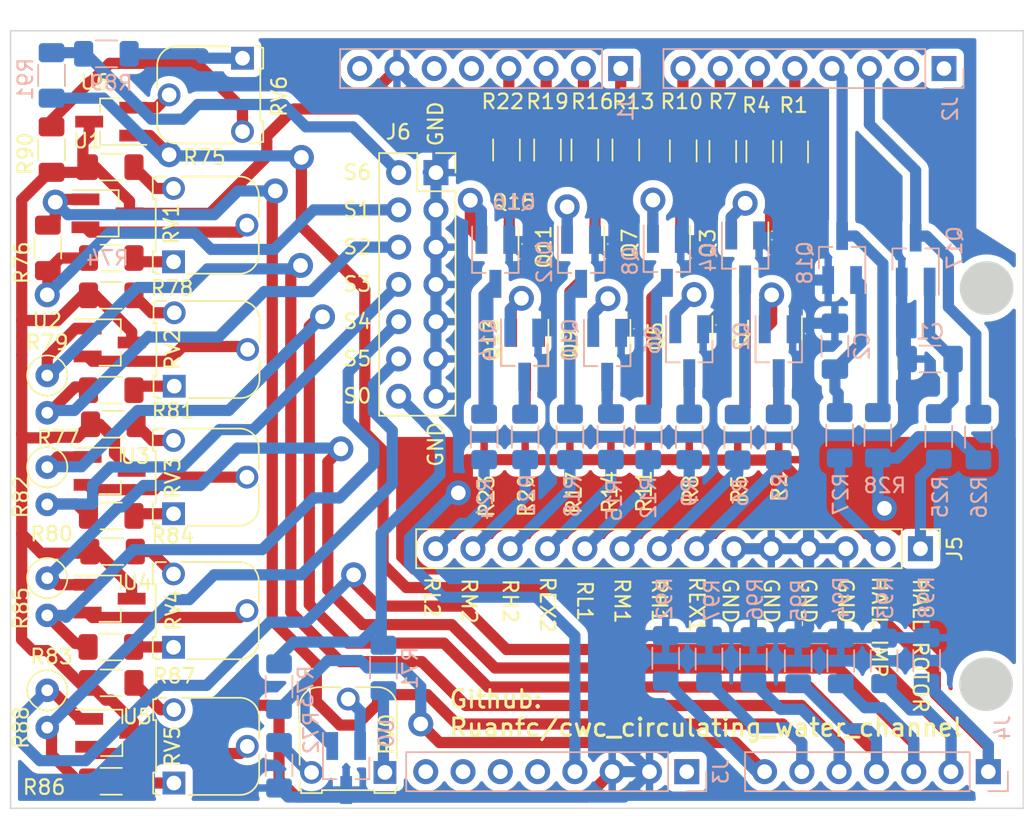
<source format=kicad_pcb>
(kicad_pcb (version 20211014) (generator pcbnew)
  (layers (0 "F.Cu" signal "cobre frontal") (31 "B.Cu" signal "Cobre traseira") (34 "B.Paste" user "Pasta traseira") (35 "F.Paste" user "Pasta frontal") (36 "B.SilkS" user "Serigrafia traseira") (37 "F.SilkS" user "Serigrafia frontal") (38 "B.Mask" user "Máscara traseira") (39 "F.Mask" user "Máscara frontal") (44 "Edge.Cuts" user "Cortes contorno"))
  (net 0 "")
  (net 1 "Net-(Q2-Pad3)")
  (net 2 "/D12")
  (net 3 "/D13")
  (net 4 "/AREF")
  (net 5 "/VIN")
  (net 6 "/3,3V")
  (net 7 "/RESET")
  (net 8 "/IOREF")
  (net 11 "/NCON")
  (net 12 "/REX1")
  (net 13 "Net-(Q1-Pad2)")
  (net 14 "GND")
  (net 15 "Net-(Q1-Pad1)")
  (net 16 "Net-(Q1-Pad3)")
  (net 17 "Net-(Q3-Pad2)")
  (net 18 "Net-(Q3-Pad1)")
  (net 19 "Net-(Q3-Pad3)")
  (net 20 "Net-(Q5-Pad2)")
  (net 21 "Net-(Q4-Pad3)")
  (net 22 "Net-(Q5-Pad1)")
  (net 23 "Net-(Q5-Pad3)")
  (net 24 "Net-(Q7-Pad2)")
  (net 25 "Net-(Q6-Pad3)")
  (net 26 "Net-(Q7-Pad1)")
  (net 27 "Net-(Q9-Pad1)")
  (net 28 "Net-(Q7-Pad3)")
  (net 29 "Net-(Q9-Pad3)")
  (net 30 "Net-(Q10-Pad3)")
  (net 31 "Net-(Q11-Pad1)")
  (net 32 "Net-(Q11-Pad2)")
  (net 33 "Net-(Q11-Pad3)")
  (net 34 "Net-(Q12-Pad3)")
  (net 35 "Net-(Q13-Pad1)")
  (net 36 "Net-(Q13-Pad2)")
  (net 37 "Net-(Q13-Pad3)")
  (net 38 "Net-(Q14-Pad3)")
  (net 39 "Net-(Q15-Pad1)")
  (net 40 "Net-(Q15-Pad2)")
  (net 41 "Net-(Q15-Pad3)")
  (net 42 "Net-(Q16-Pad3)")
  (net 43 "Net-(C1-Pad1)")
  (net 44 "/HIR")
  (net 45 "Net-(Q8-Pad3)")
  (net 46 "Net-(Q10-Pad1)")
  (net 47 "/D4")
  (net 48 "+5V")
  (net 49 "/HRR")
  (net 50 "/D5")
  (net 51 "/RH1")
  (net 52 "/D6")
  (net 53 "/RM1")
  (net 54 "/D7")
  (net 55 "/RL1")
  (net 56 "/D8")
  (net 57 "/REX2")
  (net 58 "/D9")
  (net 59 "/RH2")
  (net 60 "/D10")
  (net 61 "/RM2")
  (net 62 "/D11")
  (net 63 "/RL2")
  (net 64 "/HI")
  (net 65 "/HR")
  (net 66 "Net-(C2-Pad1)")
  (net 67 "Net-(R71-Pad1)")
  (net 68 "/sheet2/S0")
  (net 69 "Net-(R72-Pad1)")
  (net 70 "/sheet2/A0")
  (net 71 "Net-(R74-Pad1)")
  (net 72 "/sheet2/S1")
  (net 73 "Net-(R75-Pad1)")
  (net 74 "/sheet2/A1")
  (net 75 "Net-(R77-Pad1)")
  (net 76 "/sheet2/S2")
  (net 77 "Net-(R78-Pad1)")
  (net 78 "/sheet2/A2")
  (net 79 "Net-(R80-Pad1)")
  (net 80 "/sheet2/S3")
  (net 81 "Net-(R81-Pad1)")
  (net 82 "/sheet2/A3")
  (net 83 "Net-(R83-Pad1)")
  (net 84 "/sheet2/S4")
  (net 85 "Net-(R84-Pad1)")
  (net 86 "/sheet2/A4")
  (net 87 "Net-(R86-Pad1)")
  (net 88 "/sheet2/S5")
  (net 89 "Net-(R87-Pad1)")
  (net 90 "/sheet2/A5")
  (net 91 "Net-(R89-Pad1)")
  (net 92 "/sheet2/S6")
  (net 93 "Net-(R90-Pad1)")
  (net 94 "/sheet2/A6")
  (net 95 "Net-(RV0-Pad2)")
  (net 96 "Net-(RV1-Pad2)")
  (net 97 "Net-(RV2-Pad2)")
  (net 98 "Net-(RV3-Pad2)")
  (net 99 "Net-(RV4-Pad2)")
  (net 100 "Net-(RV5-Pad2)")
  (net 101 "Net-(RV6-Pad2)")
  (footprint "Resistor_SMD:R_1206_3216Metric_Pad1.30x1.75mm_HandSolder" (layer "F.Cu") (at 41.91 8.128 -90)
    (fp_text reference "R13")
    (fp_text value "3k9")
  )
  (footprint "Package_TO_SOT_SMD:SOT-23_Handsoldering" (layer "F.Cu") (at 44.704 15.686 -90)
    (fp_text reference "Q7")
    (fp_text value "BC847")
  )
  (footprint "Package_TO_SOT_SMD:SOT-23_Handsoldering" (layer "F.Cu") (at 6.75 30)
    (fp_text reference "U3")
    (fp_text value "TL431DBZ")
  )
  (footprint "Connector_PinHeader_2.54mm:PinHeader_1x14_P2.54mm_Vertical" (layer "F.Cu") (at 61.976 35.306 -90)
    (fp_text reference "J5")
    (fp_text value "Conn_01x14")
  )
  (footprint "Package_TO_SOT_SMD:SOT-23_Handsoldering" (layer "F.Cu") (at 6.858 6.1976 180)
    (fp_text reference "U6")
    (fp_text value "TL431DBZ")
  )
  (footprint "Resistor_SMD:R_1206_3216Metric_Pad1.30x1.75mm_HandSolder" (layer "F.Cu") (at 38.1 27.686 -90)
    (fp_text reference "R17")
    (fp_text value "1k2")
  )
  (footprint "Resistor_SMD:R_1206_3216Metric_Pad1.30x1.75mm_HandSolder" (layer "F.Cu") (at 48.514 8.23 -90)
    (fp_text reference "R7")
    (fp_text value "3k9")
  )
  (footprint "Potentiometer_THT:Potentiometer_Runtron_RM-065_Vertical" (layer "F.Cu") (at 15.8 1.875 -90)
    (fp_text reference "RV6")
    (fp_text value "5k")
  )
  (footprint "Resistor_SMD:R_1206_3216Metric_Pad1.30x1.75mm_HandSolder" (layer "F.Cu") (at 45.82 8.19 -90)
    (fp_text reference "R10")
    (fp_text value "3k9")
  )
  (footprint "Potentiometer_THT:Potentiometer_Runtron_RM-065_Vertical" (layer "F.Cu") (at 11.125 51.275 90)
    (fp_text reference "RV5")
    (fp_text value "5k")
  )
  (footprint "Resistor_THT:R_Axial_DIN0207_L6.3mm_D2.5mm_P2.54mm_Vertical" (layer "F.Cu") (at 2.5 29.75 -90)
    (fp_text reference "R82")
    (fp_text value "1.2k")
  )
  (footprint "Resistor_SMD:R_1206_3216Metric_Pad1.30x1.75mm_HandSolder" (layer "F.Cu") (at 6.832 42 180)
    (fp_text reference "R83")
    (fp_text value "30k")
  )
  (footprint "Resistor_SMD:R_1206_3216Metric_Pad1.30x1.75mm_HandSolder" (layer "F.Cu") (at 6.858 9.2964 180)
    (fp_text reference "R75")
    (fp_text value "10k")
  )
  (footprint "Resistor_SMD:R_1206_3216Metric_Pad1.30x1.75mm_HandSolder" (layer "F.Cu") (at 53.41 8.26 -90)
    (fp_text reference "R1")
    (fp_text value "3k9")
  )
  (footprint "Resistor_THT:R_Axial_DIN0207_L6.3mm_D2.5mm_P2.54mm_Vertical" (layer "F.Cu") (at 2.5 37.309 -90)
    (fp_text reference "R85")
    (fp_text value "1.2k")
  )
  (footprint "Resistor_SMD:R_1206_3216Metric_Pad1.30x1.75mm_HandSolder" (layer "F.Cu") (at 32.258 27.686 -90)
    (fp_text reference "R23")
    (fp_text value "1k2")
  )
  (footprint "Package_TO_SOT_SMD:SOT-23_Handsoldering" (layer "F.Cu") (at 35.052 22.098 -90)
    (fp_text reference "Q13")
    (fp_text value "BC847")
  )
  (footprint "Resistor_SMD:R_1206_3216Metric_Pad1.30x1.75mm_HandSolder" (layer "F.Cu") (at 39.116 8.128 -90)
    (fp_text reference "R16")
    (fp_text value "3k9")
  )
  (footprint "Resistor_SMD:R_1206_3216Metric_Pad1.30x1.75mm_HandSolder" (layer "F.Cu") (at 6.858 51.1556 180)
    (fp_text reference "R86")
    (fp_text value "30k")
  )
  (footprint "Package_TO_SOT_SMD:SOT-23_Handsoldering" (layer "F.Cu") (at 50.038 15.456 -90)
    (fp_text reference "Q3")
    (fp_text value "BC847")
  )
  (footprint "Package_TO_SOT_SMD:SOT-23_Handsoldering" (layer "F.Cu") (at 6.75 21.25)
    (fp_text reference "U2")
    (fp_text value "TL431DBZ")
  )
  (footprint "Potentiometer_THT:Potentiometer_Runtron_RM-065_Vertical" (layer "F.Cu") (at 11.15 24.225 90)
    (fp_text reference "RV2")
    (fp_text value "5k")
  )
  (footprint "Potentiometer_THT:Potentiometer_Runtron_RM-065_Vertical" (layer "F.Cu") (at 11.1 32.925 90)
    (fp_text reference "RV3")
    (fp_text value "5k")
  )
  (footprint "Package_TO_SOT_SMD:SOT-23_Handsoldering" (layer "F.Cu") (at 46.228 21.844 -90)
    (fp_text reference "Q5")
    (fp_text value "BC847")
  )
  (footprint "Package_TO_SOT_SMD:SOT-23_Handsoldering" (layer "F.Cu") (at 6.858 47.8536)
    (fp_text reference "U5")
    (fp_text value "TL431DBZ")
  )
  (footprint "Resistor_SMD:R_1206_3216Metric_Pad1.30x1.75mm_HandSolder" (layer "F.Cu") (at 51.03 8.23 -90)
    (fp_text reference "R4")
    (fp_text value "3k9")
  )
  (footprint "Potentiometer_THT:Potentiometer_Runtron_RM-065_Vertical" (layer "F.Cu") (at 11.1 42.025 90)
    (fp_text reference "RV4")
    (fp_text value "5k")
  )
  (footprint "Resistor_SMD:R_1206_3216Metric_Pad1.30x1.75mm_HandSolder" (layer "F.Cu") (at 46.228 27.686 -90)
    (fp_text reference "R8")
    (fp_text value "1k2")
  )
  (footprint "Potentiometer_THT:Potentiometer_Runtron_RM-065_Vertical" (layer "F.Cu") (at 11.1 15.75 90)
    (fp_text reference "RV1")
    (fp_text value "5k")
  )
  (footprint "Package_TO_SOT_SMD:SOT-23_Handsoldering" (layer "F.Cu") (at 6.604 12.446)
    (fp_text reference "U1")
    (fp_text value "TL431DBZ")
  )
  (footprint "Resistor_SMD:R_1206_3216Metric_Pad1.30x1.75mm_HandSolder" (layer "F.Cu") (at 6.858 33.0708 180)
    (fp_text reference "R80")
    (fp_text value "30k")
  )
  (footprint "Resistor_SMD:R_1206_3216Metric_Pad1.30x1.75mm_HandSolder" (layer "F.Cu") (at 2.794 8.102 -90)
    (fp_text reference "R90")
    (fp_text value "10k")
  )
  (footprint "Package_TO_SOT_SMD:SOT-23_Handsoldering" (layer "F.Cu") (at 40.64 22.098 -90)
    (fp_text reference "Q9")
    (fp_text value "BC847")
  )
  (footprint "Resistor_SMD:R_1206_3216Metric_Pad1.30x1.75mm_HandSolder" (layer "F.Cu") (at 36.576 8.128 -90)
    (fp_text reference "R19")
    (fp_text value "3k9")
  )
  (footprint "Resistor_SMD:R_1206_3216Metric_Pad1.30x1.75mm_HandSolder" (layer "F.Cu") (at 35.052 27.686 -90)
    (fp_text reference "R20")
    (fp_text value "1k2")
  )
  (footprint "Resistor_SMD:R_1206_3216Metric_Pad1.30x1.75mm_HandSolder" (layer "F.Cu") (at 43.434 27.686 -90)
    (fp_text reference "R11")
    (fp_text value "1k2")
  )
  (footprint "Resistor_SMD:R_1206_3216Metric_Pad1.30x1.75mm_HandSolder" (layer "F.Cu") (at 6.858 24.5 180)
    (fp_text reference "R77")
    (fp_text value "30k")
  )
  (footprint "Resistor_SMD:R_1206_3216Metric_Pad1.30x1.75mm_HandSolder" (layer "F.Cu") (at 6.858 18.034 180)
    (fp_text reference "R78")
    (fp_text value "10k")
  )
  (footprint "Resistor_THT:R_Axial_DIN0207_L6.3mm_D2.5mm_P2.54mm_Vertical" (layer "F.Cu") (at 2.5 44.955 -90)
    (fp_text reference "R88")
    (fp_text value "1.2k")
  )
  (footprint "Resistor_SMD:R_1206_3216Metric_Pad1.30x1.75mm_HandSolder" (layer "F.Cu") (at 7 26.8224 180)
    (fp_text reference "R81")
    (fp_text value "10k")
  )
  (footprint "Resistor_SMD:R_1206_3216Metric_Pad1.30x1.75mm_HandSolder" (layer "F.Cu") (at 52.324 27.686 -90)
    (fp_text reference "R2")
    (fp_text value "1k2")
  )
  (footprint "Resistor_SMD:R_1206_3216Metric_Pad1.30x1.75mm_HandSolder" (layer "F.Cu") (at 2.54 14.8 -90)
    (fp_text reference "R76")
    (fp_text value "1.2k")
  )
  (footprint "Package_TO_SOT_SMD:SOT-23_Handsoldering" (layer "F.Cu") (at 52.324 21.844 -90)
    (fp_text reference "Q1")
    (fp_text value "BC847")
  )
  (footprint "Package_TO_SOT_SMD:SOT-23_Handsoldering" (layer "F.Cu") (at 33.02 15.748 -90)
    (fp_text reference "Q15")
    (fp_text value "BC847")
  )
  (footprint "Resistor_SMD:R_1206_3216Metric_Pad1.30x1.75mm_HandSolder" (layer "F.Cu") (at 6.95 35.5 180)
    (fp_text reference "R84")
    (fp_text value "10k")
  )
  (footprint "Resistor_SMD:R_1206_3216Metric_Pad1.30x1.75mm_HandSolder" (layer "F.Cu") (at 6.858 15.494 180)
    (fp_text reference "R74")
    (fp_text value "30k")
  )
  (footprint "Resistor_SMD:R_1206_3216Metric_Pad1.30x1.75mm_HandSolder" (layer "F.Cu") (at 40.894 27.686 -90)
    (fp_text reference "R14")
    (fp_text value "1k2")
  )
  (footprint "Package_TO_SOT_SMD:SOT-23_Handsoldering" (layer "F.Cu") (at 38.862 15.748 -90)
    (fp_text reference "Q11")
    (fp_text value "BC847")
  )
  (footprint "Resistor_THT:R_Axial_DIN0207_L6.3mm_D2.5mm_P2.54mm_Vertical" (layer "F.Cu") (at 2.5 23.5 -90)
    (fp_text reference "R79")
    (fp_text value "1.2k")
  )
  (footprint "Resistor_SMD:R_1206_3216Metric_Pad1.30x1.75mm_HandSolder" (layer "F.Cu") (at 49.53 27.712 -90)
    (fp_text reference "R5")
    (fp_text value "1k2")
  )
  (footprint "Package_TO_SOT_SMD:SOT-23_Handsoldering" (layer "F.Cu") (at 6.75 38.7096)
    (fp_text reference "U4")
    (fp_text value "TL431DBZ")
  )
  (footprint "Resistor_SMD:R_1206_3216Metric_Pad1.30x1.75mm_HandSolder" (layer "F.Cu") (at 6.858 44.45 180)
    (fp_text reference "R87")
    (fp_text value "10k")
  )
  (footprint "Resistor_SMD:R_1206_3216Metric_Pad1.30x1.75mm_HandSolder" (layer "F.Cu") (at 33.782 8.128 -90)
    (fp_text reference "R22")
    (fp_text value "3k9")
  )
  (footprint "Potentiometer_THT:Potentiometer_Runtron_RM-065_Vertical" (layer "F.Cu") (at 25.5 50.55 180)
    (fp_text reference "RV0")
    (fp_text value "5k")
  )
  (footprint "Connector_PinSocket_2.54mm:PinSocket_2x07_P2.54mm_Vertical" (layer "F.Cu") (at 28.976 9.672)
    (fp_text reference "J6")
    (fp_text value "Conn_02x07_Odd_Even")
  )
  (footprint "Resistor_SMD:R_1206_3216Metric_Pad1.30x1.75mm_HandSolder" (layer "B.Cu") (at 46.228 27.686 -90)
    (fp_text reference "R9")
    (fp_text value "120")
  )
  (footprint "Package_TO_SOT_SMD:SOT-23_Handsoldering" (layer "B.Cu") (at 40.64 22.098 -90)
    (fp_text reference "Q10")
    (fp_text value "BC847")
  )
  (footprint "Resistor_SMD:R_1206_3216Metric_Pad1.30x1.75mm_HandSolder" (layer "B.Cu") (at 43.434 27.686 -90)
    (fp_text reference "R12")
    (fp_text value "120")
  )
  (footprint "Package_TO_SOT_SMD:SOT-23_Handsoldering" (layer "B.Cu") (at 61.65 15.6 90)
    (fp_text reference "Q17")
    (fp_text value "BC847")
  )
  (footprint "Resistor_SMD:R_1206_3216Metric_Pad1.30x1.75mm_HandSolder" (layer "B.Cu") (at 65.925 27.7 -90)
    (fp_text reference "R26")
    (fp_text value "1k")
  )
  (footprint "Package_TO_SOT_SMD:SOT-23_Handsoldering" (layer "B.Cu") (at 38.862 15.748 -90)
    (fp_text reference "Q12")
    (fp_text value "BC847")
  )
  (footprint "Resistor_SMD:R_1206_3216Metric_Pad1.30x1.75mm_HandSolder" (layer "B.Cu") (at 59.075 27.575 -90)
    (fp_text reference "R28")
    (fp_text value "1k")
  )
  (footprint "Resistor_SMD:R_1206_3216Metric_Pad1.30x1.75mm_HandSolder" (layer "B.Cu") (at 2.794 3.048 90)
    (fp_text reference "R91")
    (fp_text value "1.2k")
  )
  (footprint "Resistor_SMD:R_1206_3216Metric_Pad1.30x1.75mm_HandSolder" (layer "B.Cu") (at 47.575 42.825 90)
    (fp_text reference "R97")
    (fp_text value "1.1k")
  )
  (footprint "Connector_PinHeader_2.54mm:PinHeader_1x08_P2.54mm_Vertical" (layer "B.Cu") (at 41.56 2.58 90)
    (fp_text reference "J1")
    (fp_text value "Conn_01x08")
  )
  (footprint "Resistor_SMD:R_1206_3216Metric_Pad1.30x1.75mm_HandSolder" (layer "B.Cu") (at 52.324 27.712 -90)
    (fp_text reference "R3")
    (fp_text value "120")
  )
  (footprint "Capacitor_SMD:C_1206_3216Metric_Pad1.33x1.80mm_HandSolder" (layer "B.Cu") (at 62.6375 22.375 180)
    (fp_text reference "C1")
    (fp_text value "33nF")
  )
  (footprint "Package_TO_SOT_SMD:SOT-23_Handsoldering" (layer "B.Cu") (at 52.324 21.844 -90)
    (fp_text reference "Q2")
    (fp_text value "BC847")
  )
  (footprint "Connector_PinHeader_2.54mm:PinHeader_1x07_P2.54mm_Vertical" (layer "B.Cu") (at 66.6 50.5 90)
    (fp_text reference "J4")
    (fp_text value "Conn_01x07")
  )
  (footprint "Package_TO_SOT_SMD:SOT-23_Handsoldering" (layer "B.Cu") (at 50.038 15.456 -90)
    (fp_text reference "Q4")
    (fp_text value "BC847")
  )
  (footprint "Resistor_SMD:R_1206_3216Metric_Pad1.30x1.75mm_HandSolder" (layer "B.Cu") (at 63.225 27.65 90)
    (fp_text reference "R25")
    (fp_text value "10k")
  )
  (footprint "Resistor_SMD:R_1206_3216Metric_Pad1.30x1.75mm_HandSolder" (layer "B.Cu") (at 62.4 42.925 90)
    (fp_text reference "R98")
    (fp_text value "1.1k")
  )
  (footprint "Package_TO_SOT_SMD:SOT-23_Handsoldering" (layer "B.Cu") (at 46.228 21.844 -90)
    (fp_text reference "Q6")
    (fp_text value "BC847")
  )
  (footprint "Package_TO_SOT_SMD:SOT-23_Handsoldering" (layer "B.Cu") (at 33.02 15.748 -90)
    (fp_text reference "Q16")
    (fp_text value "BC847")
  )
  (footprint "Resistor_SMD:R_1206_3216Metric_Pad1.30x1.75mm_HandSolder" (layer "B.Cu") (at 32.258 27.686 -90)
    (fp_text reference "R24")
    (fp_text value "120")
  )
  (footprint "Resistor_SMD:R_1206_3216Metric_Pad1.30x1.75mm_HandSolder" (layer "B.Cu") (at 35.052 27.686 -90)
    (fp_text reference "R21")
    (fp_text value "120")
  )
  (footprint "Resistor_SMD:R_1206_3216Metric_Pad1.30x1.75mm_HandSolder" (layer "B.Cu") (at 40.894 27.66 -90)
    (fp_text reference "R15")
    (fp_text value "120")
  )
  (footprint "Capacitor_SMD:C_1206_3216Metric_Pad1.33x1.80mm_HandSolder" (layer "B.Cu") (at 56.15 21.5 90)
    (fp_text reference "C2")
    (fp_text value "33nF")
  )
  (footprint "Resistor_SMD:R_1206_3216Metric_Pad1.30x1.75mm_HandSolder" (layer "B.Cu") (at 6.5284 1.5748 180)
    (fp_text reference "R89")
    (fp_text value "30k")
  )
  (footprint "Connector_PinHeader_2.54mm:PinHeader_1x08_P2.54mm_Vertical" (layer "B.Cu") (at 46.06 50.5 90)
    (fp_text reference "J3")
    (fp_text value "Conn_01x08")
  )
  (footprint "Resistor_SMD:R_1206_3216Metric_Pad1.30x1.75mm_HandSolder" (layer "B.Cu") (at 44.625 42.775 90)
    (fp_text reference "R92")
    (fp_text value "1.1k")
  )
  (footprint "Connector_PinHeader_2.54mm:PinHeader_1x08_P2.54mm_Vertical" (layer "B.Cu") (at 63.58 2.58 90)
    (fp_text reference "J2")
    (fp_text value "Conn_01x08")
  )
  (footprint "Package_TO_SOT_SMD:SOT-23_Handsoldering" (layer "B.Cu") (at 22.86 50.25 -90)
    (fp_text reference "U0")
    (fp_text value "TL431DBZ")
  )
  (footprint "Resistor_SMD:R_1206_3216Metric_Pad1.30x1.75mm_HandSolder" (layer "B.Cu") (at 38.1 27.686 -90)
    (fp_text reference "R18")
    (fp_text value "120")
  )
  (footprint "Package_TO_SOT_SMD:SOT-23_Handsoldering" (layer "B.Cu") (at 44.704 15.686 -90)
    (fp_text reference "Q8")
    (fp_text value "BC847")
  )
  (footprint "Resistor_SMD:R_1206_3216Metric_Pad1.30x1.75mm_HandSolder" (layer "B.Cu") (at 59.5 42.95 90)
    (fp_text reference "R93")
    (fp_text value "1.1k")
  )
  (footprint "Resistor_SMD:R_1206_3216Metric_Pad1.30x1.75mm_HandSolder" (layer "B.Cu") (at 18.288 50.064 -90)
    (fp_text reference "R72")
    (fp_text value "10k")
  )
  (footprint "Resistor_SMD:R_1206_3216Metric_Pad1.30x1.75mm_HandSolder" (layer "B.Cu") (at 25.4 43.434 90)
    (fp_text reference "R71")
    (fp_text value "30k")
  )
  (footprint "Resistor_SMD:R_1206_3216Metric_Pad1.30x1.75mm_HandSolder" (layer "B.Cu") (at 49.53 27.712 -90)
    (fp_text reference "R6")
    (fp_text value "120")
  )
  (footprint "Resistor_SMD:R_1206_3216Metric_Pad1.30x1.75mm_HandSolder" (layer "B.Cu") (at 56.55 42.95 90)
    (fp_text reference "R94")
    (fp_text value "1.1k")
  )
  (footprint "Package_TO_SOT_SMD:SOT-23_Handsoldering" (layer "B.Cu") (at 34.986 22.074 -90)
    (fp_text reference "Q14")
    (fp_text value "BC847")
  )
  (footprint "Resistor_SMD:R_1206_3216Metric_Pad1.30x1.75mm_HandSolder" (layer "B.Cu") (at 50.6 42.85 90)
    (fp_text reference "R96")
    (fp_text value "1.1k")
  )
  (footprint "Resistor_SMD:R_1206_3216Metric_Pad1.30x1.75mm_HandSolder" (layer "B.Cu") (at 18.288 44.704 90)
    (fp_text reference "R73")
    (fp_text value "1.2k")
  )
  (footprint "Resistor_SMD:R_1206_3216Metric_Pad1.30x1.75mm_HandSolder" (layer "B.Cu") (at 53.65 42.95 90)
    (fp_text reference "R95")
    (fp_text value "1.1k")
  )
  (footprint "Package_TO_SOT_SMD:SOT-23_Handsoldering" (layer "B.Cu") (at 56.642 15.494 90)
    (fp_text reference "Q18")
    (fp_text value "BC847")
  )
  (footprint "Resistor_SMD:R_1206_3216Metric_Pad1.30x1.75mm_HandSolder" (layer "B.Cu") (at 56.475 27.575 90)
    (fp_text reference "R27")
    (fp_text value "10k")
  )
  (gr_line (start 68.98 53) (end 68.98 0) (layer "Edge.Cuts") (width 0.1))
  (gr_line (start 68.98 0) (end 0 0) (layer "Edge.Cuts") (width 0.1))
  (gr_line (start 68.98 53) (end 0 53) (layer "Edge.Cuts") (width 0.1))
  (gr_circle (center 66.448 44.54) (end 68.226 44.54) (layer "Edge.Cuts") (width 0.1) (fill solid))
  (gr_circle (center 66.48 17.54) (end 68.258 17.54) (layer "Edge.Cuts") (width 0.1) (fill solid))
  (gr_line (start 0 0) (end 0 53) (layer "Edge.Cuts") (width 0.1))
  (gr_text "S6" (at 23.622 9.652) (layer "F.SilkS") (effects (font (size 1 1))))
  (gr_text "GND" (at 28.956 6.35 90) (layer "F.SilkS") (effects (font (size 1 1))))
  (gr_text "GND" (at 56.896 38.862 270) (layer "F.SilkS") (effects (font (size 1 1))))
  (gr_text "REX1" (at 46.736 39.116 270) (layer "F.SilkS") (effects (font (size 1 1))))
  (gr_text "GND" (at 49.022 38.862 270) (layer "F.SilkS") (effects (font (size 1 1))))
  (gr_text "S5" (at 23.622 22.352) (layer "F.SilkS") (effects (font (size 1 1))))
  (gr_text "RH2" (at 34.036 38.862 270) (layer "F.SilkS") (effects (font (size 1 1))))
  (gr_text "RL2" (at 28.702 38.608 270) (layer "F.SilkS") (effects (font (size 1 1))))
  (gr_text "RL1" (at 39.116 38.862 270) (layer "F.SilkS") (effects (font (size 1 1))))
  (gr_text "REX2" (at 36.576 39.116 270) (layer "F.SilkS") (effects (font (size 1 1))))
  (gr_text "S4" (at 23.622 19.812) (layer "F.SilkS") (effects (font (size 1 1))))
  (gr_text "S0" (at 23.622 24.892) (layer "F.SilkS") (effects (font (size 1 1))))
  (gr_text "S2" (at 23.622 14.732) (layer "F.SilkS") (effects (font (size 1 1))))
  (gr_text "RM2" (at 31.242 38.862 270) (layer "F.SilkS") (effects (font (size 1 1))))
  (gr_text "GND" (at 51.816 38.862 270) (layer "F.SilkS") (effects (font (size 1 1))))
  (gr_text "RH1" (at 44.196 38.862 270) (layer "F.SilkS") (effects (font (size 1 1))))
  (gr_text "HALL IMP" (at 59.182 40.64 270) (layer "F.SilkS") (effects (font (size 1 1))))
  (gr_text "S3" (at 23.622 17.272) (layer "F.SilkS") (effects (font (size 1 1))))
  (gr_text "GND" (at 54.356 38.862 270) (layer "F.SilkS") (effects (font (size 1 1))))
  (gr_text "GND" (at 28.956 28.194 90) (layer "F.SilkS") (effects (font (size 1 1))))
  (gr_text "S1" (at 23.622 12.192) (layer "F.SilkS") (effects (font (size 1 1))))
  (gr_text "Github:\nRuanfc/cwc_circulating_water_channel" (at 29.775 46.525) (layer "F.SilkS") (effects (font (size 1.2 1.2) (thickness 0.2)) (justify left)))
  (gr_text "HALL ROTOR" (at 61.976 41.91 270) (layer "F.SilkS") (effects (font (size 1 1))))
  (gr_text "RM1" (at 41.656 38.862 270) (layer "F.SilkS") (effects (font (size 1 1))))
  (segment (start 52.324 26.136) (end 52.324 23.344) (width 0.762) (layer "B.Cu") (net 1))
  (segment (start 52.324 29.262) (end 52.324 29.718) (width 0.762) (layer "B.Cu") (net 12))
  (segment (start 52.324 29.718) (end 46.736 35.306) (width 0.762) (layer "B.Cu") (net 12))
  (segment (start 52.298 29.262) (end 52.324 29.236) (width 0.762) (layer "B.Cu") (net 12))
  (segment (start 51.8414 19.8766) (end 51.374 20.344) (width 0.762) (layer "F.Cu") (net 13))
  (segment (start 51.8414 18.0086) (end 51.8414 19.8766) (width 0.762) (layer "F.Cu") (net 13))
  (via (at 51.8414 18.0086) (size 1.7) (drill 1) (layers "F.Cu" "B.Cu") (net 13))
  (segment (start 51.374 18.3236) (end 51.7398 17.9578) (width 0.762) (layer "B.Cu") (net 13))
  (segment (start 51.374 18.3236) (end 51.7398 17.9578) (width 0.762) (layer "B.Cu") (net 13))
  (segment (start 51.374 20.344) (end 51.374 18.3236) (width 0.762) (layer "B.Cu") (net 13))
  (segment (start 51.374 20.344) (end 51.374 18.3236) (width 0.762) (layer "B.Cu") (net 13))
  (segment (start 2.790319 27.709681) (end 4.562719 27.709681) (width 0.762) (layer "F.Cu") (net 14))
  (segment (start 5.784204 9.2964) (end 8.104 11.616196) (width 0.762) (layer "F.Cu") (net 14))
  (segment (start 0.762 11.522687) (end 2.632687 9.652) (width 0.762) (layer "F.Cu") (net 14))
  (segment (start 8.104 12.446) (end 13.591865 12.446) (width 0.762) (layer "F.Cu") (net 14))
  (segment (start 5.204575 9.2964) (end 4.9276 9.2964) (width 0.762) (layer "F.Cu") (net 14))
  (segment (start 6.481089 45.623089) (end 5.308 44.45) (width 0.762) (layer "F.Cu") (net 14))
  (segment (start 18.288 51.054) (end 19.464511 52.230511) (width 0.762) (layer "F.Cu") (net 14))
  (segment (start 0.774 19.75) (end 0.762 19.738) (width 0.762) (layer "F.Cu") (net 14))
  (segment (start 10.7 48) (end 11.75 48) (width 0.762) (layer "F.Cu") (net 14))
  (segment (start 3.197313 19.75) (end 0.774 19.75) (width 0.762) (layer "F.Cu") (net 14))
  (segment (start 4.9276 9.2964) (end 4.9276 7.62) (width 0.762) (layer "F.Cu") (net 14))
  (segment (start 5.282 35.6108) (end 2.0828 35.6108) (width 0.762) (layer "F.Cu") (net 14))
  (segment (start 11.75 48) (end 13.776 45.974) (width 0.762) (layer "F.Cu") (net 14))
  (segment (start 5.308 18.034) (end 4.913313 18.034) (width 0.762) (layer "F.Cu") (net 14))
  (segment (start 5.308 44.704) (end 4.954 44.704) (width 0.762) (layer "F.Cu") (net 14))
  (segment (start 7.080511 27.830511) (end 7.080511 28.830511) (width 0.762) (layer "F.Cu") (net 14))
  (segment (start 8.25 20.519489) (end 5.764511 18.034) (width 0.762) (layer "F.Cu") (net 14))
  (segment (start 8.358 47.108) (end 6.873089 45.623089) (width 0.762) (layer "F.Cu") (net 14))
  (segment (start 39.249489 52.230511) (end 40.98 50.5) (width 0.762) (layer "F.Cu") (net 14))
  (segment (start 5.272397 44.704) (end 5.308 44.704) (width 0.762) (layer "F.Cu") (net 14))
  (segment (start 6.0724 26.8224) (end 7.080511 27.830511) (width 0.762) (layer "F.Cu") (net 14))
  (segment (start 0.762 20.828) (end 0.762 19.738) (width 0.762) (layer "F.Cu") (net 14))
  (segment (start 17.512043 45.974) (end 18.288 46.749957) (width 0.762) (layer "F.Cu") (net 14))
  (segment (start 2.794 9.652) (end 4.9524 9.652) (width 0.762) (layer "F.Cu") (net 14))
  (segment (start 10.5536 47.8536) (end 10.7 48) (width 0.762) (layer "F.Cu") (net 14))
  (segment (start 5.4 35.5) (end 5.876204 35.5) (width 0.762) (layer "F.Cu") (net 14))
  (segment (start 0.762 19.738) (end 0.762 11.522687) (width 0.762) (layer "F.Cu") (net 14))
  (segment (start 5.876204 35.5) (end 8.25 37.873796) (width 0.762) (layer "F.Cu") (net 14))
  (segment (start 2.5 42.25) (end 1.5 42.25) (width 0.762) (layer "F.Cu") (net 14))
  (segment (start 8.358 47.8536) (end 8.358 47.108) (width 0.762) (layer "F.Cu") (net 14))
  (segment (start 19.304 5.334) (end 23.566 5.334) (width 0.762) (layer "F.Cu") (net 14))
  (segment (start 4.8 9.8044) (end 5.308 9.2964) (width 0.762) (layer "F.Cu") (net 14))
  (segment (start 0.762 40.193603) (end 0.762 34.29) (width 0.762) (layer "F.Cu") (net 14))
  (segment (start 23.566 5.334) (end 26.32 2.58) (width 0.762) (layer "F.Cu") (net 14))
  (segment (start 4.562719 27.709681) (end 5.45 26.8224) (width 0.762) (layer "F.Cu") (net 14))
  (segment (start 4.9524 9.652) (end 5.308 9.2964) (width 0.762) (layer "F.Cu") (net 14))
  (segment (start 6.873089 45.623089) (end 6.481089 45.623089) (width 0.762) (layer "F.Cu") (net 14))
  (segment (start 13.591865 12.446) (end 17.455511 8.582354) (width 0.762) (layer "F.Cu") (net 14))
  (segment (start 17.455511 8.582354) (end 17.455511 7.182489) (width 0.762) (layer "F.Cu") (net 14))
  (segment (start 5.358 7.1896) (end 4.9276 7.62) (width 0.762) (layer "F.Cu") (net 14))
  (segment (start 0.75 41.5) (end 0.75 40.205603) (width 0.762) (layer "F.Cu") (net 14))
  (segment (start 0.762 22.098) (end 0.762 27.432) (width 0.762) (layer "F.Cu") (net 14))
  (segment (start 0.762 20.828) (end 0.762 22.098) (width 0.762) (layer "F.Cu") (net 14))
  (segment (start 8.25 37.873796) (end 8.25 38.7096) (width 0.762) (layer "F.Cu") (net 14))
  (segment (start 8.104 11.616196) (end 8.104 12.365) (width 0.762) (layer "F.Cu") (net 14))
  (segment (start 8.358 47.8536) (end 10.5536 47.8536) (width 0.762) (layer "F.Cu") (net 14))
  (segment (start 4.954 44.704) (end 2.5 42.25) (width 0.762) (layer "F.Cu") (net 14))
  (segment (start 18.288 46.749957) (end 18.288 51.054) (width 0.762) (layer "F.Cu") (net 14))
  (segment (start 17.455511 7.182489) (end 19.304 5.334) (width 0.762) (layer "F.Cu") (net 14))
  (segment (start 1 27.75) (end 2.75 27.75) (width 0.762) (layer "F.Cu") (net 14))
  (segment (start 5.45 26.8224) (end 6.0724 26.8224) (width 0.762) (layer "F.Cu") (net 14))
  (segment (start 2.632687 9.652) (end 2.794 9.652) (width 0.762) (layer "F.Cu") (net 14))
  (segment (start 19.464511 52.230511) (end 39.249489 52.230511) (width 0.762) (layer "F.Cu") (net 14))
  (segment (start 5.308 9.2964) (end 5.784204 9.2964) (width 0.762) (layer "F.Cu") (net 14))
  (segment (start 2.0828 35.6108) (end 0.762 34.29) (width 0.762) (layer "F.Cu") (net 14))
  (segment (start 1.5 42.25) (end 0.75 41.5) (width 0.762) (layer "F.Cu") (net 14))
  (segment (start 13.776 45.974) (end 17.512043 45.974) (width 0.762) (layer "F.Cu") (net 14))
  (segment (start 0.762 27.512) (end 0.762 27.432) (width 0.762) (layer "F.Cu") (net 14))
  (segment (start 8.25 21.25) (end 8.25 20.519489) (width 0.762) (layer "F.Cu") (net 14))
  (segment (start 0.75 40.205603) (end 0.762 40.193603) (width 0.762) (layer "F.Cu") (net 14))
  (segment (start 5.764511 18.034) (end 5.308 18.034) (width 0.762) (layer "F.Cu") (net 14))
  (segment (start 5.358 6.1976) (end 5.358 7.1896) (width 0.762) (layer "F.Cu") (net 14))
  (segment (start 2.75 27.75) (end 2.790319 27.709681) (width 0.762) (layer "F.Cu") (net 14))
  (segment (start 0.762 34.29) (end 0.762 27.512) (width 0.762) (layer "F.Cu") (net 14))
  (segment (start 0.762 27.512) (end 1 27.75) (width 0.762) (layer "F.Cu") (net 14))
  (segment (start 4.913313 18.034) (end 3.197313 19.75) (width 0.762) (layer "F.Cu") (net 14))
  (segment (start 7.080511 28.830511) (end 8.25 30) (width 0.762) (layer "F.Cu") (net 14))
  (segment (start 54.356 27.006) (end 54.356 35.306) (width 0.762) (layer "B.Cu") (net 14))
  (segment (start 53.571911 18.603089) (end 53.571911 20.046089) (width 0.762) (layer "B.Cu") (net 14))
  (segment (start 47.178 20.344) (end 48.288711 19.233289) (width 0.762) (layer "B.Cu") (net 14))
  (segment (start 35.642 15.92) (end 35.1594 15.4374) (width 0.762) (layer "B.Cu") (net 14))
  (segment (start 62.4 41.375) (end 44.775 41.375) (width 0.762) (layer "B.Cu") (net 14))
  (segment (start 22.86 51.835) (end 23.255511 52.230511) (width 0.762) (layer "B.Cu") (net 14))
  (segment (start 35.642 12.872) (end 35.642 11.902) (width 0.762) (layer "B.Cu") (net 14))
  (segment (start 41.59 16.026) (end 39.812 14.248) (width 0.762) (layer "B.Cu") (net 14))
  (segment (start 41.4528 7.3406) (end 47.4218 7.3406) (width 0.762) (layer "B.Cu") (net 14))
  (segment (start 40.75 47.73) (end 43.52 50.5) (width 0.762) (layer "B.Cu") (net 14))
  (segment (start 52.5716 8.5534) (end 51.3588 7.3406) (width 0.762) (layer "B.Cu") (net 14))
  (segment (start 41.656 7.5438) (end 41.4528 7.3406) (width 0.762) (layer "B.Cu") (net 14))
  (segment (start 42.421311 16.411711) (end 42.421311 19.766689) (width 0.762) (layer "B.Cu") (net 14))
  (segment (start 44.625 41.225) (end 43.275 41.225) (width 0.762) (layer "B.Cu") (net 14))
  (segment (start 60.83052 22.61948) (end 61.075 22.375) (width 0.762) (layer "B.Cu") (net 14))
  (segment (start 60.7 22) (end 61.075 22.375) (width 0.762) (layer "B.Cu") (net 14))
  (segment (start 53.571911 16.721911) (end 53.571911 18.603089) (width 0.762) (layer "B.Cu") (net 14))
  (segment (start 52.5716 8.5534) (end 52.72352 8.40148) (width 0.762) (layer "B.Cu") (net 14))
  (segment (start 48.288711 19.233289) (end 48.288711 16.488711) (width 0.762) (layer "B.Cu") (net 14))
  (segment (start 35.642 11.902) (end 35.642 10.332) (width 0.762) (layer "B.Cu") (net 14))
  (segment (start 60.7 17.1) (end 60.7 22) (width 0.762) (layer "B.Cu") (net 14))
  (segment (start 41.656 9.932) (end 41.656 15.6464) (width 0.762) (layer "B.Cu") (net 14))
  (segment (start 54.356 35.306) (end 56.896 35.306) (width 0.762) (layer "B.Cu") (net 14))
  (segment (start 30.48 7.62) (end 28.448 9.652) (width 0.762) (layer "B.Cu") (net 14))
  (segment (start 40.75 43.75) (end 40.75 47.73) (width 0.762) (layer "B.Cu") (net 14))
  (segment (start 40.98 50.5) (end 43.52 50.5) (width 0.762) (layer "B.Cu") (net 14))
  (segment (start 41.656 11.7348) (end 41.656 11.246978) (width 0.762) (layer "B.Cu") (net 14))
  (segment (start 49.276 35.306) (end 51.816 35.306) (width 0.762) (layer "B.Cu") (net 14))
  (segment (start 35.642 15.92) (end 35.642 12.872) (width 0.762) (layer "B.Cu") (net 14))
  (segment (start 53.274 13.142) (end 53.274 9.2558) (width 0.762) (layer "B.Cu") (net 14))
  (segment (start 47.4218 7.3406) (end 45.82 8.9424) (width 0.762) (layer "B.Cu") (net 14))
  (segment (start 53.571911 20.046089) (end 53.274 20.344) (width 0.762) (layer "B.Cu") (net 14))
  (segment (start 54.07952 21.14952) (end 54.065 21.135) (width 0.762) (layer "B.Cu") (net 14))
  (segment (start 60.168276 27.55552) (end 54.90552 27.55552) (width 0.762) (layer "B.Cu") (net 14))
  (segment (start 54.35 27) (end 54.356 27.006) (width 0.762) (layer "B.Cu") (net 14))
  (segment (start 22.86 51.75) (end 22.86 51.835) (width 0.762) (layer "B.Cu") (net 14))
  (segment (start 53.6805 19.9375) (end 53.274 20.344) (width 0.762) (layer "B.Cu") (net 14))
  (segment (start 54.90552 27.55552) (end 54.35 27) (width 0.762) (layer "B.Cu") (net 14))
  (segment (start 38.6334 7.3406) (end 41.4528 7.3406) (width 0.762) (layer "B.Cu") (net 14))
  (segment (start 23.255511 52.230511) (end 18.904511 52.230511) (width 0.762) (layer "B.Cu") (net 14))
  (segment (start 36.528511 19.981489) (end 36.528511 16.806511) (width 0.762) (layer "B.Cu") (net 14))
  (segment (start 51.03 13.914) (end 50.988 13.956) (width 0.762) (layer "B.Cu") (net 14))
  (segment (start 35.1594 15.4374) (end 33.97 14.248) (width 0.762) (layer "B.Cu") (net 14))
  (segment (start 53.844 16.994) (end 53.571911 16.721911) (width 0.762) (layer "B.Cu") (net 14))
  (segment (start 51.816 35.306) (end 54.356 35.306) (width 0.762) (layer "B.Cu") (net 14))
  (segment (start 36.528511 16.806511) (end 35.1594 15.4374) (width 0.762) (layer "B.Cu") (net 14))
  (segment (start 41.656 11.7348) (end 41.656 7.5438) (width 0.762) (layer "B.Cu") (net 14))
  (segment (start 56.15 19.9375) (end 53.6805 19.9375) (width 0.762) (layer "B.Cu") (net 14))
  (segment (start 46.849 15.381) (end 45.654 14.186) (width 0.762) (layer "B.Cu") (net 14))
  (segment (start 28.976 9.672) (end 28.976 24.912) (width 0.762) (layer "B.Cu") (net 14))
  (segment (start 26.32 2.58) (end 29.836 6.096) (width 0.762) (layer "B.Cu") (net 14))
  (segment (start 35.936 20.574) (end 36.528511 19.981489) (width 0.762) (layer "B.Cu") (net 14))
  (segment (start 35.642 10.332) (end 38.6334 7.3406) (width 0.762) (layer "B.Cu") (net 14))
  (segment (start 54.356 40.694) (end 53.65 41.4) (width 0.762) (layer "B.Cu") (net 14))
  (segment (start 53.274 16.242) (end 53.571911 16.539911) (width 0.762) (layer "B.Cu") (net 14))
  (segment (start 45.82 14.02) (end 45.654 14.186) (width 0.762) (layer "B.Cu") (net 14))
  (segment (start 53.274 16.242) (end 50.988 13.956) (width 0.762) (layer "B.Cu") (net 14))
  (segment (start 53.274 9.2558) (end 52.5716 8.5534) (width 0.762) (layer "B.Cu") (net 14))
  (segment (start 60.83052 26.893276) (end 60.83052 22.61948) (width 0.762) (layer "B.Cu") (net 14))
  (segment (start 54.35 27) (end 54.07952 26.72952) (width 0.762) (layer "B.Cu") (net 14))
  (segment (start 45.82 8.9424) (end 45.82 14.02) (width 0.762) (layer "B.Cu") (net 14))
  (segment (start 43.52 50.5) (end 41.789489 52.230511) (width 0.762) (layer "B.Cu") (net 14))
  (segment (start 55.692 16.994) (end 53.844 16.994) (width 0.762) (layer "B.Cu") (net 14))
  (segment (start 43.275 41.225) (end 40.75 43.75) (width 0.762) (layer "B.Cu") (net 14))
  (segment (start 44.775 41.375) (end 44.625 41.225) (width 0.762) (layer "B.Cu") (net 14))
  (segment (start 35.642 11.902) (end 26.32 2.58) (width 0.762) (layer "B.Cu") (net 14))
  (segment (start 53.571911 16.539911) (end 53.571911 16.721911) (width 0.762) (layer "B.Cu") (net 14))
  (segment (start 54.07952 26.72952) (end 54.07952 21.14952) (width 0.762) (layer "B.Cu") (net 14))
  (segment (start 60.83052 26.893276) (end 60.168276 27.55552) (width 0.762) (layer "B.Cu") (net 14))
  (segment (start 41.656 15.96) (end 41.656 11.7348) (width 0.762) (layer "B.Cu") (net 14))
  (segment (start 41.656 15.6464) (end 42.421311 16.411711) (width 0.762) (layer "B.Cu") (net 14))
  (segment (start 42.421311 19.766689) (end 41.59 20.598) (width 0.762) (layer "B.Cu") (net 14))
  (segment (start 48.288711 16.488711) (end 45.986 14.186) (width 0.762) (layer "B.Cu") (net 14))
  (segment (start 53.274 16.242) (end 53.274 13.142) (width 0.762) (layer "B.Cu") (net 14))
  (segment (start 41.789489 52.230511) (end 23.255511 52.230511) (width 0.762) (layer "B.Cu") (net 14))
  (segment (start 47.4218 7.3406) (end 51.3588 7.3406) (width 0.762) (layer "B.Cu") (net 14))
  (segment (start 53.274 20.344) (end 54.065 21.135) (width 0.762) (layer "B.Cu") (net 14))
  (segment (start 45.986 14.186) (end 45.654 14.186) (width 0.762) (layer "B.Cu") (net 14))
  (segment (start 54.356 35.306) (end 54.356 40.694) (width 0.762) (layer "B.Cu") (net 14))
  (segment (start 18.904511 52.230511) (end 18.288 51.614) (width 0.762) (layer "B.Cu") (net 14))
  (segment (start 53.274 20.344) (end 53.571911 20.046089) (width 0.762) (layer "F.Cu") (net 15))
  (segment (start 53.362089 9.857911) (end 53.41 9.81) (width 0.762) (layer "F.Cu") (net 15))
  (segment (start 53.362089 13.052289) (end 53.362089 9.857911) (width 0.762) (layer "F.Cu") (net 15))
  (segment (start 53.571911 20.046089) (end 53.571911 13.262111) (width 0.762) (layer "F.Cu") (net 15))
  (segment (start 53.571911 13.262111) (end 53.362089 13.052289) (width 0.762) (layer "F.Cu") (net 15))
  (segment (start 52.324 23.344) (end 52.324 26.136) (width 0.762) (layer "F.Cu") (net 16))
  (segment (start 49.088 13.956) (end 49.088 12.7102) (width 0.762) (layer "F.Cu") (net 17))
  (segment (start 49.088 12.7102) (end 50.038 11.7602) (width 0.762) (layer "F.Cu") (net 17))
  (via (at 50.038 11.7602) (size 1.7) (drill 1) (layers "F.Cu" "B.Cu") (net 17))
  (segment (start 49.088 13.956) (end 49.088 12.7102) (width 0.762) (layer "B.Cu") (net 17))
  (segment (start 49.088 12.7102) (end 50.038 11.7602) (width 0.762) (layer "B.Cu") (net 17))
  (segment (start 50.988 13.956) (end 51.768511 13.175489) (width 0.762) (layer "F.Cu") (net 18))
  (segment (start 51.768511 11.043398) (end 51.03 10.304887) (width 0.762) (layer "F.Cu") (net 18))
  (segment (start 50.988 9.822) (end 51.03 9.78) (width 0.762) (layer "F.Cu") (net 18))
  (segment (start 51.768511 13.175489) (end 51.768511 11.043398) (width 0.762) (layer "F.Cu") (net 18))
  (segment (start 51.03 10.304887) (end 51.03 9.78) (width 0.762) (layer "F.Cu") (net 18))
  (segment (start 50.038 16.956) (end 50.038 25.654) (width 0.762) (layer "F.Cu") (net 19))
  (segment (start 50.038 25.654) (end 49.53 26.162) (width 0.762) (layer "F.Cu") (net 19))
  (segment (start 45.278 19.2634) (end 46.5582 17.9832) (width 0.762) (layer "F.Cu") (net 20))
  (segment (start 45.278 20.344) (end 45.278 19.2634) (width 0.762) (layer "F.Cu") (net 20))
  (via (at 46.5582 17.9832) (size 1.7) (drill 1) (layers "F.Cu" "B.Cu") (net 20))
  (segment (start 45.278 20.344) (end 45.278 19.2634) (width 0.762) (layer "B.Cu") (net 20))
  (segment (start 45.278 19.2634) (end 46.5582 17.9832) (width 0.762) (layer "B.Cu") (net 20))
  (segment (start 50.038 16.956) (end 50.009289 16.984711) (width 0.762) (layer "B.Cu") (net 21))
  (segment (start 50.009289 16.984711) (end 50.009289 25.682711) (width 0.762) (layer "B.Cu") (net 21))
  (segment (start 50.009289 25.682711) (end 49.53 26.162) (width 0.762) (layer "B.Cu") (net 21))
  (segment (start 47.520089 10.773911) (end 47.520089 16.379689) (width 0.762) (layer "F.Cu") (net 22))
  (segment (start 48.514 9.78) (end 47.520089 10.773911) (width 0.762) (layer "F.Cu") (net 22))
  (segment (start 47.520089 16.379689) (end 48.288711 17.148311) (width 0.762) (layer "F.Cu") (net 22))
  (segment (start 48.288711 19.233289) (end 47.178 20.344) (width 0.762) (layer "F.Cu") (net 22))
  (segment (start 48.288711 17.148311) (end 48.288711 19.233289) (width 0.762) (layer "F.Cu") (net 22))
  (segment (start 46.228 23.344) (end 46.228 26.136) (width 0.762) (layer "F.Cu") (net 23))
  (segment (start 43.754 14.186) (end 43.754 11.5418) (width 0.762) (layer "F.Cu") (net 24))
  (via (at 43.754 11.5418) (size 1.7) (drill 1) (layers "F.Cu" "B.Cu") (net 24))
  (segment (start 43.754 14.186) (end 43.754 11.5418) (width 0.762) (layer "B.Cu") (net 24))
  (segment (start 46.228 23.344) (end 46.228 26.136) (width 0.762) (layer "B.Cu") (net 25))
  (segment (start 45.654 14.186) (end 45.654 9.906) (width 0.762) (layer "F.Cu") (net 26))
  (segment (start 45.654 9.906) (end 45.82 9.74) (width 0.762) (layer "F.Cu") (net 26))
  (segment (start 42.421311 19.766689) (end 41.59 20.598) (width 0.762) (layer "F.Cu") (net 27))
  (segment (start 41.91 17.034487) (end 42.421311 17.545798) (width 0.762) (layer "F.Cu") (net 27))
  (segment (start 42.421311 17.545798) (end 42.421311 19.766689) (width 0.762) (layer "F.Cu") (net 27))
  (segment (start 41.91 9.678) (end 41.91 17.034487) (width 0.762) (layer "F.Cu") (net 27))
  (segment (start 44.704 17.186) (end 43.682831 18.207169) (width 0.762) (layer "F.Cu") (net 28))
  (segment (start 43.682831 18.207169) (end 43.682831 25.887169) (width 0.762) (layer "F.Cu") (net 28))
  (segment (start 43.682831 25.887169) (end 43.434 26.136) (width 0.762) (layer "F.Cu") (net 28))
  (segment (start 40.64 25.882) (end 40.894 26.136) (width 0.762) (layer "F.Cu") (net 29))
  (segment (start 40.64 23.598) (end 40.64 25.882) (width 0.762) (layer "F.Cu") (net 29))
  (segment (start 40.64 23.598) (end 40.64 25.856) (width 0.762) (layer "B.Cu") (net 30))
  (segment (start 40.64 25.882) (end 40.894 26.136) (width 0.762) (layer "B.Cu") (net 30))
  (segment (start 40.64 25.856) (end 40.894 26.11) (width 0.762) (layer "B.Cu") (net 30))
  (segment (start 39.116 9.678) (end 39.812 10.374) (width 0.762) (layer "F.Cu") (net 31))
  (segment (start 39.812 10.374) (end 39.812 14.248) (width 0.762) (layer "F.Cu") (net 31))
  (segment (start 37.912 12.004) (end 37.912 14.248) (width 0.762) (layer "F.Cu") (net 32))
  (via (at 37.912 12.004) (size 1.7) (drill 1) (layers "F.Cu" "B.Cu") (net 32))
  (segment (start 37.912 14.248) (end 37.912 12.004) (width 0.762) (layer "B.Cu") (net 32))
  (segment (start 38.1 17.796487) (end 38.755244 17.141243) (width 0.762) (layer "F.Cu") (net 33))
  (segment (start 38.1 26.136) (end 38.1 17.796487) (width 0.762) (layer "F.Cu") (net 33))
  (segment (start 38.862 17.248) (end 38.862 17.272) (width 0.762) (layer "B.Cu") (net 34))
  (segment (start 38.1 18.034) (end 38.1 26.136) (width 0.762) (layer "B.Cu") (net 34))
  (segment (start 38.1 26.136) (end 38.1 18.01) (width 0.762) (layer "B.Cu") (net 34))
  (segment (start 38.1 18.01) (end 38.862 17.248) (width 0.762) (layer "B.Cu") (net 34))
  (segment (start 38.862 17.272) (end 38.1 18.034) (width 0.762) (layer "B.Cu") (net 34))
  (segment (start 36.528511 20.071489) (end 36.528511 13.067824) (width 0.762) (layer "F.Cu") (net 35))
  (segment (start 36.181489 12.720802) (end 36.181489 10.072511) (width 0.762) (layer "F.Cu") (net 35))
  (segment (start 36.528511 13.067824) (end 36.181489 12.720802) (width 0.762) (layer "F.Cu") (net 35))
  (segment (start 36.181489 10.072511) (end 36.576 9.678) (width 0.762) (layer "F.Cu") (net 35))
  (segment (start 36.002 20.598) (end 36.528511 20.071489) (width 0.762) (layer "F.Cu") (net 35))
  (segment (start 34.102 20.598) (end 34.102 18.9332) (width 0.762) (layer "F.Cu") (net 36))
  (segment (start 34.102 18.9332) (end 34.798 18.2372) (width 0.762) (layer "F.Cu") (net 36))
  (via (at 34.798 18.2372) (size 1.7) (drill 1) (layers "F.Cu" "B.Cu") (net 36))
  (segment (start 34.036 18.9992) (end 34.798 18.2372) (width 0.762) (layer "B.Cu") (net 36))
  (segment (start 34.036 20.574) (end 34.036 18.9992) (width 0.762) (layer "B.Cu") (net 36))
  (segment (start 35.052 23.598) (end 35.052 26.136) (width 0.762) (layer "F.Cu") (net 37))
  (segment (start 34.986 26.07) (end 35.052 26.136) (width 0.762) (layer "B.Cu") (net 38))
  (segment (start 34.986 23.574) (end 34.986 26.07) (width 0.762) (layer "B.Cu") (net 38))
  (segment (start 33.97 9.866) (end 33.782 9.678) (width 0.762) (layer "F.Cu") (net 39))
  (segment (start 33.97 14.248) (end 33.97 9.866) (width 0.762) (layer "F.Cu") (net 39))
  (segment (start 31.3182 11.557) (end 31.3182 13.4962) (width 0.762) (layer "F.Cu") (net 40))
  (segment (start 31.3182 13.4962) (end 32.07 14.248) (width 0.762) (layer "F.Cu") (net 40))
  (via (at 31.3182 11.557) (size 1.7) (drill 1) (layers "F.Cu" "B.Cu") (net 40))
  (segment (start 32.07 14.248) (end 32.07 12.3088) (width 0.762) (layer "B.Cu") (net 40))
  (segment (start 32.07 14.248) (end 32.07 12.3088) (width 0.762) (layer "B.Cu") (net 40))
  (segment (start 32.07 12.3088) (end 31.3182 11.557) (width 0.762) (layer "B.Cu") (net 40))
  (segment (start 32.07 12.3088) (end 31.3182 11.557) (width 0.762) (layer "B.Cu") (net 40))
  (segment (start 32.258 18.01) (end 32.258 26.136) (width 0.762) (layer "F.Cu") (net 41))
  (segment (start 33.02 17.248) (end 32.258 18.01) (width 0.762) (layer "F.Cu") (net 41))
  (segment (start 32.258 18.01) (end 32.258 26.136) (width 0.762) (layer "B.Cu") (net 42))
  (segment (start 32.512 17.756) (end 32.512 25.882) (width 0.762) (layer "B.Cu") (net 42))
  (segment (start 33.02 17.248) (end 32.512 17.756) (width 0.762) (layer "B.Cu") (net 42))
  (segment (start 33.02 17.248) (end 32.258 18.01) (width 0.762) (layer "B.Cu") (net 42))
  (segment (start 32.512 25.882) (end 32.258 26.136) (width 0.762) (layer "B.Cu") (net 42))
  (segment (start 62.6 17.1) (end 62.6 20.775) (width 0.762) (layer "B.Cu") (net 43))
  (segment (start 64.2 25.125) (end 63.225 26.1) (width 0.762) (layer "B.Cu") (net 43))
  (segment (start 62.6 20.775) (end 64.2 22.375) (width 0.762) (layer "B.Cu") (net 43))
  (segment (start 64.2 22.375) (end 64.2 25.125) (width 0.762) (layer "B.Cu") (net 43))
  (segment (start 61.976 35.306) (end 61.976 30.449) (width 0.762) (layer "B.Cu") (net 44))
  (segment (start 61.976 30.449) (end 63.225 29.2) (width 0.762) (layer "B.Cu") (net 44))
  (segment (start 43.997489 25.572511) (end 43.434 26.136) (width 0.762) (layer "B.Cu") (net 45))
  (segment (start 43.997489 17.892511) (end 43.997489 25.572511) (width 0.762) (layer "B.Cu") (net 45))
  (segment (start 44.704 17.186) (end 43.997489 17.892511) (width 0.762) (layer "B.Cu") (net 45))
  (segment (start 44.704 17.186) (end 44.704 17.526) (width 0.762) (layer "B.Cu") (net 45))
  (segment (start 44.704 17.186) (end 44.704 17.526) (width 0.762) (layer "B.Cu") (net 45))
  (segment (start 39.69 20.598) (end 39.69 19.2634) (width 0.762) (layer "F.Cu") (net 46))
  (segment (start 39.69 19.2634) (end 40.6908 18.2626) (width 0.762) (layer "F.Cu") (net 46))
  (via (at 40.6908 18.2626) (size 1.7) (drill 1) (layers "F.Cu" "B.Cu") (net 46))
  (segment (start 39.69 20.598) (end 39.69 19.2634) (width 0.762) (layer "B.Cu") (net 46))
  (segment (start 39.69 19.2634) (end 40.6908 18.2626) (width 0.762) (layer "B.Cu") (net 46))
  (segment (start 53.42 6.7) (end 53.41 6.71) (width 0.762) (layer "F.Cu") (net 47))
  (segment (start 53.42 2.58) (end 53.42 6.7) (width 0.762) (layer "F.Cu") (net 47))
  (segment (start 46.254 29.262) (end 46.228 29.236) (width 0.762) (layer "F.Cu") (net 48))
  (segment (start 35.052 29.236) (end 38.1 29.236) (width 0.762) (layer "F.Cu") (net 48))
  (segment (start 38.1 29.236) (end 40.894 29.236) (width 0.762) (layer "F.Cu") (net 48))
  (segment (start 49.53 29.262) (end 52.298 29.262) (width 0.762) (layer "F.Cu") (net 48))
  (segment (start 31.1144 30.8856) (end 30.5 31.5) (width 0.762) (layer "F.Cu") (net 48))
  (segment (start 53.688 30.6) (end 52.324 29.236) (width 0.762) (layer "F.Cu") (net 48))
  (segment (start 31.1144 29.236) (end 31.1144 30.8856) (width 0.762) (layer "F.Cu") (net 48))
  (segment (start 59.525 32.55) (end 57.575 30.6) (width 0.762) (layer "F.Cu") (net 48))
  (segment (start 40.894 29.236) (end 43.434 29.236) (width 0.762) (layer "F.Cu") (net 48))
  (segment (start 49.53 29.262) (end 46.254 29.262) (width 0.762) (layer "F.Cu") (net 48))
  (segment (start 43.434 29.236) (end 46.228 29.236) (width 0.762) (layer "F.Cu") (net 48))
  (segment (start 32.258 29.236) (end 31.1144 29.236) (width 0.762) (layer "F.Cu") (net 48))
  (segment (start 52.298 29.262) (end 52.324 29.236) (width 0.762) (layer "F.Cu") (net 48))
  (segment (start 57.575 30.6) (end 53.688 30.6) (width 0.762) (layer "F.Cu") (net 48))
  (segment (start 32.258 29.236) (end 35.052 29.236) (width 0.762) (layer "F.Cu") (net 48))
  (via (at 30.5 31.5) (size 1.7) (drill 1) (layers "F.Cu" "B.Cu") (net 48))
  (via (at 59.525 32.55) (size 1.7) (drill 1) (layers "F.Cu" "B.Cu") (net 48))
  (segment (start 61.838374 27.66948) (end 60.382854 29.125) (width 0.762) (layer "B.Cu") (net 48))
  (segment (start 60.382854 29.125) (end 59.075 29.125) (width 0.762) (layer "B.Cu") (net 48))
  (segment (start 59.075 32.1) (end 59.525 32.55) (width 0.762) (layer "B.Cu") (net 48))
  (segment (start 35.814 38.608) (end 29.464 38.608) (width 0.762) (layer "B.Cu") (net 48))
  (segment (start 65.925 29.25) (end 64.34448 27.66948) (width 0.762) (layer "B.Cu") (net 48))
  (segment (start 38.44 50.5) (end 38.44 41.234) (width 0.762) (layer "B.Cu") (net 48))
  (segment (start 64.34448 27.66948) (end 61.838374 27.66948) (width 0.762) (layer "B.Cu") (net 48))
  (segment (start 29.464 38.608) (end 27.178 36.322) (width 0.762) (layer "B.Cu") (net 48))
  (segment (start 30.25 31.5) (end 27.25 34.5) (width 0.762) (layer "B.Cu") (net 48))
  (segment (start 59.075 29.125) (end 59.075 32.1) (width 0.762) (layer "B.Cu") (net 48))
  (segment (start 30.5 31.5) (end 30.25 31.5) (width 0.762) (layer "B.Cu") (net 48))
  (segment (start 38.44 41.234) (end 35.814 38.608) (width 0.762) (layer "B.Cu") (net 48))
  (segment (start 27.178 36.322) (end 27.178 34.572) (width 0.762) (layer "B.Cu") (net 48))
  (segment (start 56.475 32.345) (end 59.436 35.306) (width 0.762) (layer "B.Cu") (net 49))
  (segment (start 56.475 29.125) (end 56.475 32.345) (width 0.762) (layer "B.Cu") (net 49))
  (segment (start 50.88 6.53) (end 51.03 6.68) (width 0.762) (layer "F.Cu") (net 50))
  (segment (start 50.88 2.58) (end 50.88 6.53) (width 0.762) (layer "F.Cu") (net 50))
  (segment (start 49.53 29.262) (end 49.53 30.226) (width 0.762) (layer "B.Cu") (net 51))
  (segment (start 49.53 29.972) (end 44.196 35.306) (width 0.762) (layer "B.Cu") (net 51))
  (segment (start 49.53 29.262) (end 49.53 29.972) (width 0.762) (layer "B.Cu") (net 51))
  (segment (start 48.34 6.506) (end 48.514 6.68) (width 0.762) (layer "F.Cu") (net 52))
  (segment (start 48.34 2.58) (end 48.34 6.506) (width 0.762) (layer "F.Cu") (net 52))
  (segment (start 46.228 29.236) (end 46.228 30.734) (width 0.762) (layer "B.Cu") (net 53))
  (segment (start 46.228 30.734) (end 41.656 35.306) (width 0.762) (layer "B.Cu") (net 53))
  (segment (start 45.8 6.62) (end 45.82 6.64) (width 0.762) (layer "F.Cu") (net 54))
  (segment (start 45.8 2.58) (end 45.8 6.62) (width 0.762) (layer "F.Cu") (net 54))
  (segment (start 43.434 30.988) (end 39.116 35.306) (width 0.762) (layer "B.Cu") (net 55))
  (segment (start 43.434 29.236) (end 43.434 30.988) (width 0.762) (layer "B.Cu") (net 55))
  (segment (start 41.56 2.58) (end 41.56 6.228) (width 0.762) (layer "F.Cu") (net 56))
  (segment (start 41.56 6.228) (end 41.91 6.578) (width 0.762) (layer "F.Cu") (net 56))
  (segment (start 40.894 30.988) (end 36.576 35.306) (width 0.762) (layer "B.Cu") (net 57))
  (segment (start 40.894 29.21) (end 40.894 30.988) (width 0.762) (layer "B.Cu") (net 57))
  (segment (start 39.02 6.482) (end 39.116 6.578) (width 0.762) (layer "F.Cu") (net 58))
  (segment (start 39.02 2.58) (end 39.02 6.482) (width 0.762) (layer "F.Cu") (net 58))
  (segment (start 38.1 29.236) (end 38.1 31.242) (width 0.762) (layer "B.Cu") (net 59))
  (segment (start 38.1 31.242) (end 34.036 35.306) (width 0.762) (layer "B.Cu") (net 59))
  (segment (start 36.48 2.58) (end 36.48 6.482) (width 0.762) (layer "F.Cu") (net 60))
  (segment (start 36.48 6.482) (end 36.576 6.578) (width 0.762) (layer "F.Cu") (net 60))
  (segment (start 35.052 29.236) (end 35.052 31.75) (width 0.762) (layer "B.Cu") (net 61))
  (segment (start 35.052 31.75) (end 31.496 35.306) (width 0.762) (layer "B.Cu") (net 61))
  (segment (start 33.94 6.42) (end 33.782 6.578) (width 0.762) (layer "F.Cu") (net 62))
  (segment (start 33.94 2.58) (end 33.94 6.42) (width 0.762) (layer "F.Cu") (net 62))
  (segment (start 30.686511 33.575489) (end 28.956 35.306) (width 0.762) (layer "B.Cu") (net 63))
  (segment (start 31.194511 33.575489) (end 30.686511 33.575489) (width 0.762) (layer "B.Cu") (net 63))
  (segment (start 32.258 29.236) (end 32.258 32.512) (width 0.762) (layer "B.Cu") (net 63))
  (segment (start 32.258 32.512) (end 31.194511 33.575489) (width 0.762) (layer "B.Cu") (net 63))
  (segment (start 65.75 20.7) (end 63.880511 18.830511) (width 0.762) (layer "B.Cu") (net 64))
  (segment (start 63.880511 15.480511) (end 62.4 14) (width 0.762) (layer "B.Cu") (net 64))
  (segment (start 58.5 6.375) (end 58.5 2.58) (width 0.762) (layer "B.Cu") (net 64))
  (segment (start 63.880511 18.830511) (end 63.880511 17.680511) (width 0.762) (layer "B.Cu") (net 64))
  (segment (start 61.75 14) (end 61.65 14.1) (width 0.762) (layer "B.Cu") (net 64))
  (segment (start 62.4 14) (end 61.75 14) (width 0.762) (layer "B.Cu") (net 64))
  (segment (start 61.65 14.1) (end 61.65 9.525) (width 0.762) (layer "B.Cu") (net 64))
  (segment (start 61.65 9.525) (end 58.5 6.375) (width 0.762) (layer "B.Cu") (net 64))
  (segment (start 63.880511 17.680511) (end 63.880511 15.480511) (width 0.762) (layer "B.Cu") (net 64))
  (segment (start 65.75 25.975) (end 65.75 20.7) (width 0.762) (layer "B.Cu") (net 64))
  (segment (start 65.925 26.15) (end 65.75 25.975) (width 0.762) (layer "B.Cu") (net 64))
  (segment (start 56.642 3.262) (end 55.96 2.58) (width 0.762) (layer "B.Cu") (net 65))
  (segment (start 59.419489 25.680511) (end 59.075 26.025) (width 0.762) (layer "B.Cu") (net 65))
  (segment (start 59.419489 15.869489) (end 59.419489 25.680511) (width 0.762) (layer "B.Cu") (net 65))
  (segment (start 56.642 13.994) (end 56.642 3.262) (width 0.762) (layer "B.Cu") (net 65))
  (segment (start 56.642 13.994) (end 57.544 13.994) (width 0.762) (layer "B.Cu") (net 65))
  (segment (start 57.544 13.994) (end 59.419489 15.869489) (width 0.762) (layer "B.Cu") (net 65))
  (segment (start 56.375 24.725) (end 56.375 25.925) (width 0.762) (layer "B.Cu") (net 66))
  (segment (start 56.375 25.925) (end 56.475 26.025) (width 0.762) (layer "B.Cu") (net 66))
  (segment (start 57.93052 21.28198) (end 56.15 23.0625) (width 0.762) (layer "B.Cu") (net 66))
  (segment (start 56.15 24.5) (end 56.375 24.725) (width 0.762) (layer "B.Cu") (net 66))
  (segment (start 56.15 23.0625) (end 56.15 24.5) (width 0.762) (layer "B.Cu") (net 66))
  (segment (start 57.93052 17.33252) (end 57.93052 21.28198) (width 0.762) (layer "B.Cu") (net 66))
  (segment (start 57.592 16.994) (end 57.93052 17.33252) (width 0.762) (layer "B.Cu") (net 66))
  (segment (start 25.4 44.984) (end 25.4 50.45) (width 0.762) (layer "B.Cu") (net 67))
  (segment (start 25.4 50.45) (end 25.5 50.55) (width 0.762) (layer "B.Cu") (net 67))
  (segment (start 29.25 30.25) (end 25.25 34.25) (width 0.762) (layer "B.Cu") (net 68))
  (segment (start 28.25 26.75) (end 29.25 27.75) (width 0.762) (layer "B.Cu") (net 68))
  (segment (start 25.25 34.25) (end 25.25 40.282) (width 0.762) (layer "B.Cu") (net 68))
  (segment (start 29.25 27.75) (end 29.25 30.25) (width 0.762) (layer "B.Cu") (net 68))
  (segment (start 19.29552 41.66448) (end 23.86752 41.66448) (width 0.762) (layer "B.Cu") (net 68))
  (segment (start 23.86752 41.66448) (end 25.25 40.282) (width 0.762) (layer "B.Cu") (net 68))
  (segment (start 18.288 42.672) (end 19.29552 41.66448) (width 0.762) (layer "B.Cu") (net 68))
  (segment (start 28.25 26.726) (end 28.25 26.75) (width 0.762) (layer "B.Cu") (net 68))
  (segment (start 25.25 40.282) (end 25.25 42.153) (width 0.762) (layer "B.Cu") (net 68))
  (segment (start 18.288 43.154) (end 18.288 42.672) (width 0.762) (layer "B.Cu") (net 68))
  (segment (start 26.436 24.912) (end 28.25 26.726) (width 0.762) (layer "B.Cu") (net 68))
  (segment (start 20.324 50.55) (end 18.288 48.514) (width 0.762) (layer "B.Cu") (net 69))
  (segment (start 20.5 50.55) (end 20.324 50.55) (width 0.762) (layer "B.Cu") (net 69))
  (segment (start 29.21 48.514) (end 48.514 48.514) (width 0.762) (layer "F.Cu") (net 70))
  (segment (start 27.94 47.244) (end 29.21 48.514) (width 0.762) (layer "F.Cu") (net 70))
  (segment (start 51.36 50.5) (end 49.374 48.514) (width 0.762) (layer "F.Cu") (net 70))
  (segment (start 49.374 48.514) (end 49.276 48.514) (width 0.762) (layer "F.Cu") (net 70))
  (segment (start 48.514 48.514) (end 49.276 48.514) (width 0.762) (layer "F.Cu") (net 70))
  (via (at 27.94 47.244) (size 1.7) (drill 1) (layers "F.Cu" "B.Cu") (net 70))
  (segment (start 24.326204 43.434) (end 26.67 43.434) (width 0.762) (layer "B.Cu") (net 70))
  (segment (start 18.288 46.254) (end 19.292 45.25) (width 0.762) (layer "B.Cu") (net 70))
  (segment (start 23.818204 42.926) (end 24.326204 43.434) (width 0.762) (layer "B.Cu") (net 70))
  (segment (start 27.94 44.704) (end 27.94 47.244) (width 0.762) (layer "B.Cu") (net 70))
  (segment (start 50.8 50.5) (end 51.36 50.5) (width 0.762) (layer "B.Cu") (net 70))
  (segment (start 44.625 44.325) (end 50.8 50.5) (width 0.762) (layer "B.Cu") (net 70))
  (segment (start 20 45.25) (end 20 46.84) (width 0.762) (layer "B.Cu") (net 70))
  (segment (start 26.67 43.434) (end 27.94 44.704) (width 0.762) (layer "B.Cu") (net 70))
  (segment (start 19.292 45.25) (end 21.616 42.926) (width 0.762) (layer "B.Cu") (net 70))
  (segment (start 19.292 45.25) (end 20 45.25) (width 0.762) (layer "B.Cu") (net 70))
  (segment (start 20 46.84) (end 21.91 48.75) (width 0.762) (layer "B.Cu") (net 70))
  (segment (start 21.616 42.926) (end 23.818204 42.926) (width 0.762) (layer "B.Cu") (net 70))
  (segment (start 11.1 15.75) (end 8.664 15.75) (width 0.762) (layer "F.Cu") (net 71))
  (segment (start 5.308 15.494) (end 3.396 15.494) (width 0.762) (layer "F.Cu") (net 72))
  (segment (start 2.54 17.96) (end 2.5 18) (width 0.762) (layer "F.Cu") (net 72))
  (segment (start 3.396 15.494) (end 2.54 16.35) (width 0.762) (layer "F.Cu") (net 72))
  (segment (start 2.54 16.35) (end 2.54 17.96) (width 0.762) (layer "F.Cu") (net 72))
  (via (at 2.5 18) (size 1.7) (drill 1) (layers "F.Cu" "B.Cu") (net 72))
  (segment (start 12.55 13.8) (end 6.7 13.8) (width 0.762) (layer "B.Cu") (net 72))
  (segment (start 13.655511 14.905511) (end 12.55 13.8) (width 0.762) (layer "B.Cu") (net 72))
  (segment (start 20.646687 12.212) (end 17.953176 14.905511) (width 0.762) (layer "B.Cu") (net 72))
  (segment (start 6.7 13.8) (end 2.5 18) (width 0.762) (layer "B.Cu") (net 72))
  (segment (start 26.436 12.212) (end 20.646687 12.212) (width 0.762) (layer "B.Cu") (net 72))
  (segment (start 17.953176 14.905511) (end 13.655511 14.905511) (width 0.762) (layer "B.Cu") (net 72))
  (segment (start 9.8616 10.75) (end 8.408 9.2964) (width 0.762) (layer "F.Cu") (net 73))
  (segment (start 11.1 10.75) (end 9.8616 10.75) (width 0.762) (layer "F.Cu") (net 73))
  (segment (start 28.393313 45.25) (end 30.395793 47.25248) (width 0.762) (layer "F.Cu") (net 74))
  (segment (start 30.395793 47.25248) (end 52.58648 47.25248) (width 0.762) (layer "F.Cu") (net 74))
  (segment (start 20.828 43.18) (end 20.828 45.719247) (width 0.762) (layer "F.Cu") (net 74))
  (segment (start 3.048 12.742) (end 2.54 13.25) (width 0.762) (layer "F.Cu") (net 74))
  (segment (start 53.9 48.566) (end 53.9 50.5) (width 0.762) (layer "F.Cu") (net 74))
  (segment (start 3.236 11.496) (end 4.638 11.496) (width 0.762) (layer "F.Cu") (net 74))
  (segment (start 52.58648 47.25248) (end 53.9 48.566) (width 0.762) (layer "F.Cu") (net 74))
  (segment (start 20.828 45.719247) (end 22.433753 47.325) (width 0.762) (layer "F.Cu") (net 74))
  (segment (start 4.638 11.496) (end 5.4125 11.496) (width 0.762) (layer "F.Cu") (net 74))
  (segment (start 25 45.891247) (end 25 45.25) (width 0.762) (layer "F.Cu") (net 74))
  (segment (start 23.566247 47.325) (end 25 45.891247) (width 0.762) (layer "F.Cu") (net 74))
  (segment (start 17.827489 11.128511) (end 17.827489 40.179489) (width 0.762) (layer "F.Cu") (net 74))
  (segment (start 22.433753 47.325) (end 23.566247 47.325) (width 0.762) (layer "F.Cu") (net 74))
  (segment (start 3.048 11.684) (end 3.048 12.742) (width 0.762) (layer "F.Cu") (net 74))
  (segment (start 18.034 10.922) (end 17.827489 11.128511) (width 0.762) (layer "F.Cu") (net 74))
  (segment (start 17.827489 40.179489) (end 20.828 43.18) (width 0.762) (layer "F.Cu") (net 74))
  (segment (start 25 45.25) (end 28.393313 45.25) (width 0.762) (layer "F.Cu") (net 74))
  (via (at 18.034 10.922) (size 1.7) (drill 1) (layers "F.Cu" "B.Cu") (net 74))
  (via (at 3.048 11.684) (size 1.7) (drill 1) (layers "F.Cu" "B.Cu") (net 74))
  (segment (start 50.486519 47.511519) (end 50.486519 47.286519) (width 0.762) (layer "B.Cu") (net 74))
  (segment (start 13.877519 12.538481) (end 3.90248 12.53848) (width 0.762) (layer "B.Cu") (net 74))
  (segment (start 15.494 10.922) (end 13.877519 12.538481) (width 0.762) (layer "B.Cu") (net 74))
  (segment (start 52.875 47.511519) (end 53.9 48.536519) (width 0.762) (layer "B.Cu") (net 74))
  (segment (start 18.034 10.922) (end 15.494 10.922) (width 0.762) (layer "B.Cu") (net 74))
  (segment (start 53.9 48.536519) (end 53.9 50.5) (width 0.762) (layer "B.Cu") (net 74))
  (segment (start 50.486519 47.286519) (end 47.575 44.375) (width 0.762) (layer "B.Cu") (net 74))
  (segment (start 50.486519 47.511519) (end 52.875 47.511519) (width 0.762) (layer "B.Cu") (net 74))
  (segment (start 3.90248 12.53848) (end 3.048 11.684) (width 0.762) (layer "B.Cu") (net 74))
  (segment (start 8.683 24.225) (end 8.408 24.5) (width 0.762) (layer "F.Cu") (net 75))
  (segment (start 11.15 24.225) (end 8.683 24.225) (width 0.762) (layer "F.Cu") (net 75))
  (segment (start 4.3906 24.2824) (end 5.308 24.2824) (width 0.762) (layer "F.Cu") (net 76))
  (segment (start 2.794 25.879) (end 4.3906 24.2824) (width 0.762) (layer "F.Cu") (net 76))
  (segment (start 20.47 17.78) (end 17.272 17.78) (width 0.762) (layer "B.Cu") (net 76))
  (segment (start 23.502 14.752) (end 23.5 14.75) (width 0.762) (layer "B.Cu") (net 76))
  (segment (start 14.171489 20.880511) (end 9.450511 20.880511) (width 0.762) (layer "B.Cu") (net 76))
  (segment (start 23.5 14.75) (end 20.47 17.78) (width 0.762) (layer "B.Cu") (net 76))
  (segment (start 9.450511 20.880511) (end 9.398 20.828) (width 0.762) (layer "B.Cu") (net 76))
  (segment (start 4.347 25.879) (end 2.794 25.879) (width 0.762) (layer "B.Cu") (net 76))
  (segment (start 26.436 14.752) (end 23.502 14.752) (width 0.762) (layer "B.Cu") (net 76))
  (segment (start 17.272 17.78) (end 14.171489 20.880511) (width 0.762) (layer "B.Cu") (net 76))
  (segment (start 9.398 20.828) (end 4.347 25.879) (width 0.762) (layer "B.Cu") (net 76))
  (segment (start 9.599 19.225) (end 8.408 18.034) (width 0.762) (layer "F.Cu") (net 77))
  (segment (start 11.15 19.225) (end 9.599 19.225) (width 0.762) (layer "F.Cu") (net 77))
  (segment (start 28.014 43) (end 31.00496 45.99096) (width 0.762) (layer "F.Cu") (net 78))
  (segment (start 4.431371 20.3) (end 2.5 22.231371) (width 0.762) (layer "F.Cu") (net 78))
  (segment (start 22.465009 43) (end 28.014 43) (width 0.762) (layer "F.Cu") (net 78))
  (segment (start 31.00496 45.99096) (end 53.86496 45.99096) (width 0.762) (layer "F.Cu") (net 78))
  (segment (start 53.86496 45.99096) (end 56.44 48.566) (width 0.762) (layer "F.Cu") (net 78))
  (segment (start 19.089009 39.624) (end 22.465009 43) (width 0.762) (layer "F.Cu") (net 78))
  (segment (start 2.5 22.231371) (end 2.5 23.5) (width 0.762) (layer "F.Cu") (net 78))
  (segment (start 5.25 20.3) (end 4.431371 20.3) (width 0.762) (layer "F.Cu") (net 78))
  (segment (start 56.44 48.566) (end 56.44 50.5) (width 0.762) (layer "F.Cu") (net 78))
  (segment (start 19.304 16.002) (end 19.089009 16.216991) (width 0.762) (layer "F.Cu") (net 78))
  (segment (start 19.089009 16.216991) (end 19.089009 39.624) (width 0.762) (layer "F.Cu") (net 78))
  (via (at 19.75 16) (size 1.7) (drill 1) (layers "F.Cu" "B.Cu") (net 78))
  (segment (start 8.633 17.5) (end 12.15 17.5) (width 0.762) (layer "B.Cu") (net 78))
  (segment (start 52.45 46.25) (end 50.6 44.4) (width 0.762) (layer "B.Cu") (net 78))
  (segment (start 56.44 50.5) (end 56.44 48.797854) (width 0.762) (layer "B.Cu") (net 78))
  (segment (start 12.15 17.5) (end 13.417029 16.232971) (width 0.762) (layer "B.Cu") (net 78))
  (segment (start 19.517029 16.232971) (end 19.75 16) (width 0.762) (layer "B.Cu") (net 78))
  (segment (start 13.417029 16.232971) (end 19.517029 16.232971) (width 0.762) (layer "B.Cu") (net 78))
  (segment (start 56.44 48.797854) (end 53.892146 46.25) (width 0.762) (layer "B.Cu") (net 78))
  (segment (start 53.892146 46.25) (end 52.45 46.25) (width 0.762) (layer "B.Cu") (net 78))
  (segment (start 2.794 23.339) (end 8.633 17.5) (width 0.762) (layer "B.Cu") (net 78))
  (segment (start 11.1 32.925) (end 8.5538 32.925) (width 0.762) (layer "F.Cu") (net 79))
  (segment (start 8.5538 32.925) (end 8.408 33.0708) (width 0.762) (layer "F.Cu") (net 79))
  (segment (start 2.794 32.258) (end 4.4952 32.258) (width 0.762) (layer "F.Cu") (net 80))
  (segment (start 4.4952 32.258) (end 5.308 33.0708) (width 0.762) (layer "F.Cu") (net 80))
  (segment (start 26.436 17.292) (end 16.54152 27.18648) (width 0.762) (layer "B.Cu") (net 80))
  (segment (start 5.588 32.258) (end 2.794 32.258) (width 0.762) (layer "B.Cu") (net 80))
  (segment (start 16.54152 27.18648) (end 14.23852 27.18648) (width 0.762) (layer "B.Cu") (net 80))
  (segment (start 6.625 29.925) (end 5.588 30.962) (width 0.762) (layer "B.Cu") (net 80))
  (segment (start 14.23852 27.18648) (end 11.692031 29.732969) (width 0.762) (layer "B.Cu") (net 80))
  (segment (start 11.692031 29.732969) (end 6.817031 29.732969) (width 0.762) (layer "B.Cu") (net 80))
  (segment (start 5.588 30.962) (end 5.588 32.258) (width 0.762) (layer "B.Cu") (net 80))
  (segment (start 6.817031 29.732969) (end 6.625 29.925) (width 0.762) (layer "B.Cu") (net 80))
  (segment (start 11.1 27.925) (end 9.6526 27.925) (width 0.762) (layer "F.Cu") (net 81))
  (segment (start 9.6526 27.925) (end 8.55 26.8224) (width 0.762) (layer "F.Cu") (net 81))
  (segment (start 32.512 44.72944) (end 53.31456 44.72944) (width 0.762) (layer "F.Cu") (net 82))
  (segment (start 29.52104 41.73848) (end 32.512 44.72944) (width 0.762) (layer "F.Cu") (net 82))
  (segment (start 53.31456 44.72944) (end 53.34 44.704) (width 0.762) (layer "F.Cu") (net 82))
  (segment (start 58.674 48.768) (end 58.98 49.074) (width 0.762) (layer "F.Cu") (net 82))
  (segment (start 5.25 29.05) (end 3.2 29.05) (width 0.762) (layer "F.Cu") (net 82))
  (segment (start 21.25 19.5) (end 21 19.5) (width 0.762) (layer "F.Cu") (net 82))
  (segment (start 20.350529 39.101462) (end 22.987547 41.73848) (width 0.762) (layer "F.Cu") (net 82))
  (segment (start 21 19.5) (end 20.350529 20.149471) (width 0.762) (layer "F.Cu") (net 82))
  (segment (start 20.350529 20.149471) (end 20.350529 39.101462) (width 0.762) (layer "F.Cu") (net 82))
  (segment (start 54.362058 44.704) (end 58.426058 48.768) (width 0.762) (layer "F.Cu") (net 82))
  (segment (start 53.34 44.704) (end 54.362058 44.704) (width 0.762) (layer "F.Cu") (net 82))
  (segment (start 22.987547 41.73848) (end 29.52104 41.73848) (width 0.762) (layer "F.Cu") (net 82))
  (segment (start 58.98 49.074) (end 58.98 50.5) (width 0.762) (layer "F.Cu") (net 82))
  (segment (start 3.2 29.05) (end 2.5 29.75) (width 0.762) (layer "F.Cu") (net 82))
  (via (at 21.25 19.5) (size 1.7) (drill 1) (layers "F.Cu" "B.Cu") (net 82))
  (segment (start 17.625289 23.124711) (end 21.25 19.5) (width 0.762) (layer "B.Cu") (net 82))
  (segment (start 57.001204 47.575) (end 58.325 47.575) (width 0.762) (layer "B.Cu") (net 82))
  (segment (start 53.926204 44.5) (end 57.001204 47.575) (width 0.762) (layer "B.Cu") (net 82))
  (segment (start 8.663489 25.880511) (end 14.869489 25.880511) (width 0.762) (layer "B.Cu") (net 82))
  (segment (start 58.325 47.575) (end 58.98 48.23) (width 0.762) (layer "B.Cu") (net 82))
  (segment (start 58.98 48.23) (end 58.98 50.5) (width 0.762) (layer "B.Cu") (net 82))
  (segment (start 2.794 29.718) (end 4.826 29.718) (width 0.762) (layer "B.Cu") (net 82))
  (segment (start 4.826 29.718) (end 8.663489 25.880511) (width 0.762) (layer "B.Cu") (net 82))
  (segment (start 14.869489 25.880511) (end 17.9625 22.7875) (width 0.762) (layer "B.Cu") (net 82))
  (segment (start 53.65 44.5) (end 53.926204 44.5) (width 0.762) (layer "B.Cu") (net 82))
  (segment (start 8.382 42) (end 11.075 42) (width 0.762) (layer "F.Cu") (net 83))
  (segment (start 11.075 42) (end 11.1 42.025) (width 0.762) (layer "F.Cu") (net 83))
  (segment (start 4.4086 41.7576) (end 5.282 41.7576) (width 0.762) (layer "F.Cu") (net 84))
  (segment (start 4.8756 41.962) (end 5.08 41.7576) (width 0.762) (layer "F.Cu") (net 84))
  (segment (start 2.5 39.849) (end 4.4086 41.7576) (width 0.762) (layer "F.Cu") (net 84))
  (segment (start 3.775 39.975) (end 3.649 39.849) (width 0.762) (layer "B.Cu") (net 84))
  (segment (start 17.137533 35.369489) (end 8.380511 35.369489) (width 0.762) (layer "B.Cu") (net 84))
  (segment (start 3.649 39.849) (end 2.5 39.849) (width 0.762) (layer "B.Cu") (net 84))
  (segment (start 8.380511 35.369489) (end 3.775 39.975) (width 0.762) (layer "B.Cu") (net 84))
  (segment (start 22.408489 31.841511) (end 20.665511 31.841511) (width 0.762) (layer "B.Cu") (net 84))
  (segment (start 24.697313 28.25) (end 24.73848 28.25) (width 0.762) (layer "B.Cu") (net 84))
  (segment (start 23 26.552687) (end 24.697313 28.25) (width 0.762) (layer "B.Cu") (net 84))
  (segment (start 24.73848 28.25) (end 24.73848 29.51152) (width 0.762) (layer "B.Cu") (net 84))
  (segment (start 20.665511 31.841511) (end 17.137533 35.369489) (width 0.762) (layer "B.Cu") (net 84))
  (segment (start 26.436 19.832) (end 23 23.268) (width 0.762) (layer "B.Cu") (net 84))
  (segment (start 24.73848 29.51152) (end 22.408489 31.841511) (width 0.762) (layer "B.Cu") (net 84))
  (segment (start 23 23.268) (end 23 26.552687) (width 0.762) (layer "B.Cu") (net 84))
  (segment (start 8.5 35.5) (end 9.575 35.5) (width 0.762) (layer "F.Cu") (net 85))
  (segment (start 9.575 35.5) (end 11.1 37.025) (width 0.762) (layer "F.Cu") (net 85))
  (segment (start 21.612049 29.387951) (end 21.612049 38.1) (width 0.762) (layer "F.Cu") (net 86))
  (segment (start 61.52 48.566) (end 56.388 43.434) (width 0.762) (layer "F.Cu") (net 86))
  (segment (start 61.52 50.5) (end 61.52 48.566) (width 0.762) (layer "F.Cu") (net 86))
  (segment (start 30.043579 40.476961) (end 23.989009 40.47696) (width 0.762) (layer "F.Cu") (net 86))
  (segment (start 33.000618 43.434) (end 30.043579 40.476961) (width 0.762) (layer "F.Cu") (net 86))
  (segment (start 23.989009 40.47696) (end 21.612049 38.1) (width 0.762) (layer "F.Cu") (net 86))
  (segment (start 22.5 28.5) (end 21.612049 29.387951) (width 0.762) (layer "F.Cu") (net 86))
  (segment (start 56.388 43.434) (end 33.000618 43.434) (width 0.762) (layer "F.Cu") (net 86))
  (segment (start 3.2446 37.7596) (end 2.794 37.309) (width 0.762) (layer "F.Cu") (net 86))
  (segment (start 3.2446 37.7596) (end 5.25 37.7596) (width 0.762) (layer "F.Cu") (net 86))
  (via (at 22.5 28.5) (size 1.7) (drill 1) (layers "F.Cu" "B.Cu") (net 86))
  (segment (start 15.456535 28.448) (end 12.910046 30.994489) (width 0.762) (layer "B.Cu") (net 86))
  (segment (start 56.55 44.5) (end 58.192029 46.142029) (width 0.762) (layer "B.Cu") (net 86))
  (segment (start 22.098 28.448) (end 15.456535 28.448) (width 0.762) (layer "B.Cu") (net 86))
  (segment (start 59.357971 46.142029) (end 61.52 48.304058) (width 0.762) (layer "B.Cu") (net 86))
  (segment (start 9.055511 30.994489) (end 7.6 32.45) (width 0.762) (layer "B.Cu") (net 86))
  (segment (start 58.192029 46.142029) (end 59.357971 46.142029) (width 0.762) (layer "B.Cu") (net 86))
  (segment (start 12.910046 30.994489) (end 9.055511 30.994489) (width 0.762) (layer "B.Cu") (net 86))
  (segment (start 61.52 48.304058) (end 61.52 50.5) (width 0.762) (layer "B.Cu") (net 86))
  (segment (start 7.6 32.45) (end 7.359 32.45) (width 0.762) (layer "B.Cu") (net 86))
  (segment (start 7.359 32.45) (end 2.5 37.309) (width 0.762) (layer "B.Cu") (net 86))
  (segment (start 8.5274 51.275) (end 8.408 51.1556) (width 0.762) (layer "F.Cu") (net 87))
  (segment (start 11.125 51.275) (end 8.5274 51.275) (width 0.762) (layer "F.Cu") (net 87))
  (segment (start 2.794 47.498) (end 2.794 49.350622) (width 0.762) (layer "F.Cu") (net 88))
  (segment (start 2.794 49.350622) (end 4.598978 51.1556) (width 0.762) (layer "F.Cu") (net 88))
  (segment (start 4.598978 51.1556) (end 5.308 51.1556) (width 0.762) (layer "F.Cu") (net 88))
  (segment (start 9.444489 40.369489) (end 9.444489 40.550511) (width 0.762) (layer "B.Cu") (net 88))
  (segment (start 24.705489 24.102511) (end 24.705489 25.955489) (width 0.762) (layer "B.Cu") (net 88))
  (segment (start 26 27.25) (end 26 30.896) (width 0.762) (layer "B.Cu") (net 88))
  (segment (start 13.866 37.084) (end 12.175 38.775) (width 0.762) (layer "B.Cu") (net 88))
  (segment (start 19.812 37.084) (end 13.866 37.084) (width 0.762) (layer "B.Cu") (net 88))
  (segment (start 24.705489 25.955489) (end 26 27.25) (width 0.762) (layer "B.Cu") (net 88))
  (segment (start 11.038978 38.775) (end 9.444489 40.369489) (width 0.762) (layer "B.Cu") (net 88))
  (segment (start 26.436 22.372) (end 24.705489 24.102511) (width 0.762) (layer "B.Cu") (net 88))
  (segment (start 12.175 38.775) (end 11.038978 38.775) (width 0.762) (layer "B.Cu") (net 88))
  (segment (start 9.444489 40.550511) (end 2.5 47.495) (width 0.762) (layer "B.Cu") (net 88))
  (segment (start 26 30.896) (end 19.812 37.084) (width 0.762) (layer "B.Cu") (net 88))
  (segment (start 11.125 46.275) (end 10.233 46.275) (width 0.762) (layer "F.Cu") (net 89))
  (segment (start 10.233 46.275) (end 8.408 44.45) (width 0.762) (layer "F.Cu") (net 89))
  (segment (start 57.64952 42.17248) (end 33.782 42.17248) (width 0.762) (layer "F.Cu") (net 90))
  (segment (start 33.782 42.17248) (end 30.824962 39.215442) (width 0.762) (layer "F.Cu") (net 90))
  (segment (start 5.4125 46.9036) (end 4.7396 46.9036) (width 0.762) (layer "F.Cu") (net 90))
  (segment (start 30.824962 39.215442) (end 25 39.215441) (width 0.762) (layer "F.Cu") (net 90))
  (segment (start 64.06 50.5) (end 64.06 48.058) (width 0.762) (layer "F.Cu") (net 90))
  (segment (start 4.7396 46.9036) (end 2.794 44.958) (width 0.762) (layer "F.Cu") (net 90))
  (segment (start 25 39.215441) (end 23.368 37.583441) (width 0.762) (layer "F.Cu") (net 90))
  (segment (start 58.166 42.164) (end 57.658 42.164) (width 0.762) (layer "F.Cu") (net 90))
  (segment (start 57.658 42.164) (end 57.64952 42.17248) (width 0.762) (layer "F.Cu") (net 90))
  (segment (start 23.368 37.583441) (end 23.368 37.084) (width 0.762) (layer "F.Cu") (net 90))
  (segment (start 64.06 48.058) (end 58.166 42.164) (width 0.762) (layer "F.Cu") (net 90))
  (via (at 23.368 37.084) (size 1.7) (drill 1) (layers "F.Cu" "B.Cu") (net 90))
  (segment (start 20.141068 40.310932) (end 17.655315 40.310932) (width 0.762) (layer "B.Cu") (net 90))
  (segment (start 5.114 49.75) (end 2 49.75) (width 0.762) (layer "B.Cu") (net 90))
  (segment (start 0.75 46.705) (end 2.5 44.955) (width 0.762) (layer "B.Cu") (net 90))
  (segment (start 62.4 46.3) (end 64.06 47.96) (width 0.762) (layer "B.Cu") (net 90))
  (segment (start 61.3 46.3) (end 62.4 46.3) (width 0.762) (layer "B.Cu") (net 90))
  (segment (start 59.5 44.5) (end 61.3 46.3) (width 0.762) (layer "B.Cu") (net 90))
  (segment (start 10.244511 44.619489) (end 5.114 49.75) (width 0.762) (layer "B.Cu") (net 90))
  (segment (start 64.06 47.96) (end 64.06 50.5) (width 0.762) (layer "B.Cu") (net 90))
  (segment (start 0.75 48.5) (end 0.75 46.705) (width 0.762) (layer "B.Cu") (net 90))
  (segment (start 2 49.75) (end 0.75 48.5) (width 0.762) (layer "B.Cu") (net 90))
  (segment (start 17.655315 40.310932) (end 13.346758 44.619489) (width 0.762) (layer "B.Cu") (net 90))
  (segment (start 23.368 37.084) (end 20.141068 40.310932) (width 0.762) (layer "B.Cu") (net 90))
  (segment (start 13.346758 44.619489) (end 10.244511 44.619489) (width 0.762) (layer "B.Cu") (net 90))
  (segment (start 15.8 1.875) (end 13.025 1.875) (width 0.762) (layer "B.Cu") (net 91))
  (segment (start 8.0784 1.5748) (end 12.7248 1.5748) (width 0.762) (layer "B.Cu") (net 91))
  (segment (start 13.025 1.875) (end 12.7248 1.5748) (width 0.762) (layer "B.Cu") (net 91))
  (segment (start 12.7248 1.5748) (end 13.1064 1.5748) (width 0.762) (layer "B.Cu") (net 91))
  (segment (start 4.9016 1.498) (end 4.9784 1.5748) (width 0.762) (layer "B.Cu") (net 92))
  (segment (start 5.136858 1.5748) (end 4.9784 1.5748) (width 0.762) (layer "B.Cu") (net 92))
  (segment (start 26.436 9.672) (end 23.3172 6.5532) (width 0.762) (layer "B.Cu") (net 92))
  (segment (start 9.592569 6.030511) (end 5.136858 1.5748) (width 0.762) (layer "B.Cu") (net 92))
  (segment (start 18.5928 5.0292) (end 12.7508 5.0292) (width 0.762) (layer "B.Cu") (net 92))
  (segment (start 11.749489 6.030511) (end 9.592569 6.030511) (width 0.762) (layer "B.Cu") (net 92))
  (segment (start 20.1168 6.5532) (end 18.5928 5.0292) (width 0.762) (layer "B.Cu") (net 92))
  (segment (start 12.7508 5.0292) (end 11.749489 6.030511) (width 0.762) (layer "B.Cu") (net 92))
  (segment (start 23.3172 6.5532) (end 20.1168 6.5532) (width 0.762) (layer "B.Cu") (net 92))
  (segment (start 2.794 1.498) (end 4.9016 1.498) (width 0.762) (layer "B.Cu") (net 92))
  (segment (start 5.43 3.545) (end 6.75 2.225) (width 0.762) (layer "F.Cu") (net 93))
  (segment (start 2.794 6.096) (end 5.345 3.545) (width 0.762) (layer "F.Cu") (net 93))
  (segment (start 5.345 3.545) (end 5.40728 3.48272) (width 0.762) (layer "F.Cu") (net 93))
  (segment (start 5.345 3.545) (end 5.43 3.545) (width 0.762) (layer "F.Cu") (net 93))
  (segment (start 6.75 2.225) (end 12.7 2.225) (width 0.762) (layer "F.Cu") (net 93))
  (segment (start 12.7 2.225) (end 15.8 5.325) (width 0.762) (layer "F.Cu") (net 93))
  (segment (start 15.8 5.325) (end 15.8 6.875) (width 0.762) (layer "F.Cu") (net 93))
  (segment (start 19.812 8.636) (end 19.812 13.312) (width 0.762) (layer "F.Cu") (net 94))
  (segment (start 24.13 27.38) (end 25.375 28.625) (width 0.762) (layer "F.Cu") (net 94))
  (segment (start 62.992 45.205942) (end 62.992 43.688) (width 0.762) (layer "F.Cu") (net 94))
  (segment (start 66.6 48.813942) (end 62.992 45.205942) (width 0.762) (layer "F.Cu") (net 94))
  (segment (start 62.992 43.688) (end 57.257921 37.953921) (width 0.762) (layer "F.Cu") (net 94))
  (segment (start 8.358 7.1476) (end 9.4976 7.1476) (width 0.762) (layer "F.Cu") (net 94))
  (segment (start 24.13 17.63) (end 24.13 27.38) (width 0.762) (layer "F.Cu") (net 94))
  (segment (start 25.375 28.625) (end 25.375 36.375) (width 0.762) (layer "F.Cu") (net 94))
  (segment (start 19.812 13.312) (end 24.13 17.63) (width 0.762) (layer "F.Cu") (net 94))
  (segment (start 26.953921 37.953921) (end 25.375 36.375) (width 0.762) (layer "F.Cu") (net 94))
  (segment (start 57.257921 37.953921) (end 26.953921 37.953921) (width 0.762) (layer "F.Cu") (net 94))
  (segment (start 9.4976 7.1476) (end 10.8 8.45) (width 0.762) (layer "F.Cu") (net 94))
  (segment (start 66.6 50.5) (end 66.6 48.813942) (width 0.762) (layer "F.Cu") (net 94))
  (via (at 10.8 8.45) (size 1.7) (drill 1) (layers "F.Cu" "B.Cu") (net 94))
  (via (at 19.812 8.636) (size 1.7) (drill 1) (layers "F.Cu" "B.Cu") (net 94))
  (segment (start 6.323 4.598) (end 10.175 8.45) (width 0.762) (layer "B.Cu") (net 94))
  (segment (start 2.794 4.598) (end 6.323 4.598) (width 0.762) (layer "B.Cu") (net 94))
  (segment (start 19.706511 8.530511) (end 19.812 8.636) (width 0.762) (layer "B.Cu") (net 94))
  (segment (start 66.6 48.675) (end 66.6 50.5) (width 0.762) (layer "B.Cu") (net 94))
  (segment (start 10.8 8.45) (end 10.880511 8.530511) (width 0.762) (layer "B.Cu") (net 94))
  (segment (start 10.880511 8.530511) (end 19.706511 8.530511) (width 0.762) (layer "B.Cu") (net 94))
  (segment (start 62.4 44.475) (end 66.6 48.675) (width 0.762) (layer "B.Cu") (net 94))
  (segment (start 10.175 8.45) (end 10.8 8.45) (width 0.762) (layer "B.Cu") (net 94))
  (segment (start 23.81 46.36) (end 23.81 48.75) (width 0.762) (layer "B.Cu") (net 95))
  (segment (start 23 45.55) (end 23.81 46.36) (width 0.762) (layer "B.Cu") (net 95))
  (segment (start 5.434511 13.726511) (end 5.104 13.396) (width 0.762) (layer "F.Cu") (net 96))
  (segment (start 15.623489 13.726511) (end 5.434511 13.726511) (width 0.762) (layer "F.Cu") (net 96))
  (segment (start 16.1 13.25) (end 15.623489 13.726511) (width 0.762) (layer "F.Cu") (net 96))
  (segment (start 5.580511 22.530511) (end 10.719489 22.530511) (width 0.762) (layer "F.Cu") (net 97))
  (segment (start 5.25 22.2) (end 5.580511 22.530511) (width 0.762) (layer "F.Cu") (net 97))
  (segment (start 10.719489 22.530511) (end 11.7258 21.5242) (width 0.762) (layer "F.Cu") (net 97))
  (segment (start 11.7258 21.5242) (end 15.9754 21.5242) (width 0.762) (layer "F.Cu") (net 97))
  (segment (start 9.775 31.280511) (end 10.630511 30.425) (width 0.762) (layer "F.Cu") (net 98))
  (segment (start 5.25 30.95) (end 5.580511 31.280511) (width 0.762) (layer "F.Cu") (net 98))
  (segment (start 10.630511 30.425) (end 16.1 30.425) (width 0.762) (layer "F.Cu") (net 98))
  (segment (start 5.580511 31.280511) (end 9.775 31.280511) (width 0.762) (layer "F.Cu") (net 98))
  (segment (start 15.634889 39.990111) (end 16.1 39.525) (width 0.762) (layer "F.Cu") (net 99))
  (segment (start 5.25 39.6596) (end 5.580511 39.990111) (width 0.762) (layer "F.Cu") (net 99))
  (segment (start 5.580511 39.990111) (end 15.634889 39.990111) (width 0.762) (layer "F.Cu") (net 99))
  (segment (start 5.81592 49.26152) (end 15.63848 49.26152) (width 0.762) (layer "F.Cu") (net 100))
  (segment (start 5.358 48.8036) (end 5.81592 49.26152) (width 0.762) (layer "F.Cu") (net 100))
  (segment (start 15.63848 49.26152) (end 16.125 48.775) (width 0.762) (layer "F.Cu") (net 100))
  (segment (start 8.225 5.2476) (end 9.9416 5.2476) (width 0.762) (layer "F.Cu") (net 101))
  (segment (start 9.9416 5.2476) (end 10.8204 4.3688) (width 0.762) (layer "F.Cu") (net 101))
  (zone (net 48) (net_name "+5V") (layer "F.Cu") (connect_pads (clearance 0.508)) (min_thickness 0.254) (fill yes (thermal_gap 0.508) (thermal_bridge_width 0.508))
    (polygon (pts (xy 68.834 47.244) (xy 65.786 49.784) (xy 65.786 52.832) (xy 0.2286 53.086) (xy 0.2286 27.686) (xy 68.834 27.686)))
  )
  (zone (net 14) (net_name "GND") (layer "B.Cu") (connect_pads (clearance 0.508)) (min_thickness 0.254) (fill yes (thermal_gap 0.508) (thermal_bridge_width 0.508))
    (polygon (pts (xy 65.786 13.462) (xy 68.58 15.24) (xy 68.58 47.244) (xy 65.532 49.784) (xy 65.786 52.832) (xy 0.0508 52.832) (xy 0.0508 0.0254) (xy 65.786 0.0254)))
  )
)
</source>
